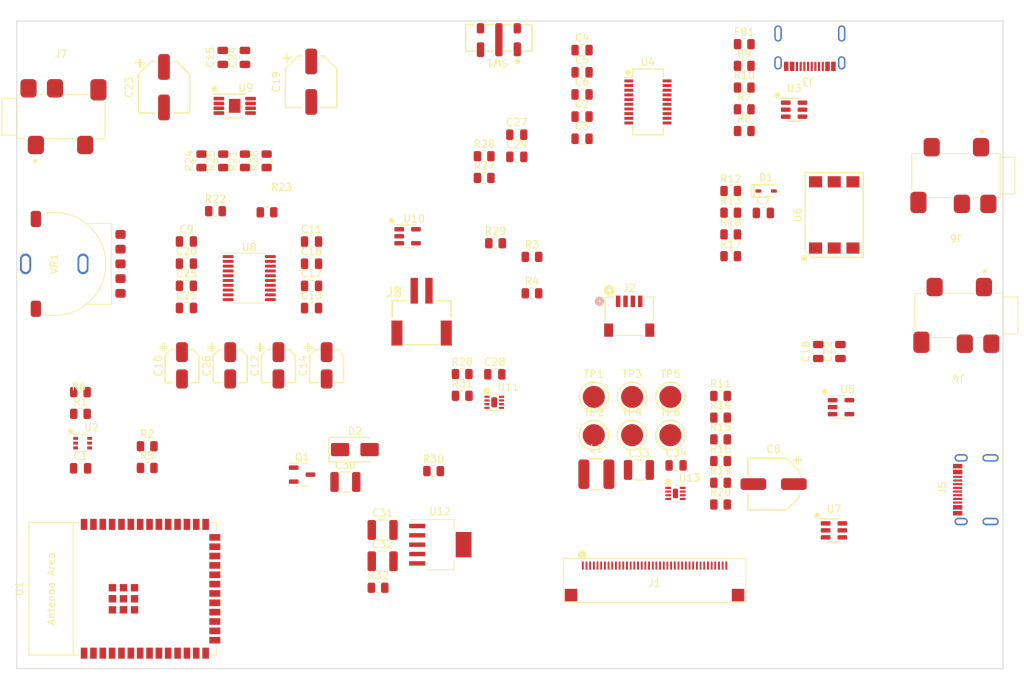
<source format=kicad_pcb>
(kicad_pcb (version 20221018) (generator pcbnew)
  (layers (0 "F.Cu" signal) (31 "B.Cu" signal) (34 "B.Paste" user) (35 "F.Paste" user) (36 "B.SilkS" user "B.Silkscreen") (37 "F.SilkS" user "F.Silkscreen") (38 "B.Mask" user) (39 "F.Mask" user) (44 "Edge.Cuts" user))
  (net 0 "")
  (net 1 "GND")
  (net 2 "+5VL")
  (net 3 "LCD_INT")
  (net 4 "LCD_PWM")
  (net 5 "LCD_DE")
  (net 6 "LCD_VSYNC")
  (net 7 "LCD_HSYNC")
  (net 8 "LCD_BLEN")
  (net 9 "LCD_PCLK")
  (net 10 "LCD_B7")
  (net 11 "LCD_B6")
  (net 12 "LCD_G7")
  (net 13 "LCD_G6")
  (net 14 "LCD_G5")
  (net 15 "VBUS")
  (net 16 "+3.3V")
  (net 17 "Net-(C18-Pad1)")
  (net 18 "Net-(FB1-Pad1)")
  (net 19 "ESP32_EN")
  (net 20 "LCD_R7")
  (net 21 "LCD_R6")
  (net 22 "FTDI_~{DTR}")
  (net 23 "FTDI_~{RTS}")
  (net 24 "PCM_LRCK")
  (net 25 "USB_D-")
  (net 26 "USB_D+")
  (net 27 "UART0_RXD")
  (net 28 "UART0_TXD")
  (net 29 "PCM_DIN")
  (net 30 "PCM_BCK")
  (net 31 "I2C_SCL")
  (net 32 "I2C_SDA")
  (net 33 "Net-(D1-K)")
  (net 34 "Net-(D1-A)")
  (net 35 "Net-(J4-RING)")
  (net 38 "LCD_R5")
  (net 39 "~{USBH_5V_FAULT}")
  (net 40 "USBH_5V_ENABLE")
  (net 41 "+VSW")
  (net 42 "+BATT")
  (net 43 "Net-(U10-PROG)")
  (net 44 "CHARGE_STATE")
  (net 45 "VREG_EN")
  (net 47 "+5V")
  (net 48 "MIDI_IN")
  (net 49 "MIDI_OUT")
  (net 50 "Net-(C4-Pad1)")
  (net 51 "Net-(U8-VNEG)")
  (net 52 "Net-(U8-LDOO)")
  (net 53 "Net-(U8-CAPM)")
  (net 54 "Net-(C16-Pad1)")
  (net 55 "Net-(C22-Pad1)")
  (net 56 "Net-(C22-Pad2)")
  (net 57 "Net-(U9-BYPASS)")
  (net 58 "Net-(U9-VO1)")
  (net 59 "Net-(J7-TIP)")
  (net 60 "Net-(U9-VO2)")
  (net 61 "Net-(J7-RING)")
  (net 64 "ESP32_BOOT")
  (net 65 "Net-(U8-OUTL)")
  (net 66 "Net-(U8-OUTR)")
  (net 67 "Net-(U9-IN1-)")
  (net 68 "Net-(U9-IN2-)")
  (net 69 "Net-(C5-Pad1)")
  (net 70 "Net-(U4-3V3OUT)")
  (net 71 "Net-(C17-Pad1)")
  (net 72 "Net-(C18-Pad2)")
  (net 74 "Net-(J3-CC1)")
  (net 75 "Net-(J3-D1+)")
  (net 76 "Net-(J3-D1-)")
  (net 78 "Net-(J3-CC2)")
  (net 81 "Net-(J5-CC1)")
  (net 82 "Net-(J5-D1+)")
  (net 83 "Net-(J5-D1-)")
  (net 85 "Net-(J5-CC2)")
  (net 87 "Net-(J6-TIP)")
  (net 88 "Net-(J6-RING)")
  (net 91 "Net-(U13-SW)")
  (net 92 "Net-(R5-Pad2)")
  (net 93 "Net-(R6-Pad1)")
  (net 94 "Net-(U4-USBDM)")
  (net 95 "Net-(U4-USBDP)")
  (net 96 "Net-(R15-Pad1)")
  (net 97 "Net-(R16-Pad1)")
  (net 98 "Net-(U11-~{ALRT})")
  (net 99 "Net-(U11-QSTRT)")
  (footprint "tulipcc_footprint_lib:C_0805_2012" (layer "F.Cu") (at 67.935 -72.545)
    (fp_text reference "C27" (at 0 -1.68) (layer "F.SilkS"))
    (fp_text value "4.7uF")
    (pad "1" smd roundrect (at -0.95 0) (size 1 1.45) (layers "F.Cu" "F.Paste" "F.Mask") (net 41 "+VSW"))
    (pad "2" smd roundrect (at 0.95 0) (size 1 1.45) (layers "F.Cu" "F.Paste" "F.Mask") (net 1 "GND"))
  )
  (footprint "tulipcc_footprint_lib:C_0805_2012" (layer "F.Cu") (at 31 -83.05 90)
    (fp_text reference "C24" (at 0 -1.68 90) (layer "F.SilkS"))
    (fp_text value "0.1uF")
    (pad "1" smd roundrect (at -0.95 0 90) (size 1 1.45) (layers "F.Cu" "F.Paste" "F.Mask") (net 57 "Net-(U9-BYPASS)"))
    (pad "2" smd roundrect (at 0.95 0 90) (size 1 1.45) (layers "F.Cu" "F.Paste" "F.Mask") (net 1 "GND"))
  )
  (footprint "tulipcc_footprint_lib:C_0805_2012" (layer "F.Cu") (at 40.05 -49)
    (fp_text reference "C13" (at 0 -1.68) (layer "F.SilkS"))
    (fp_text value "0.1uF")
    (pad "1" smd roundrect (at -0.95 0) (size 1 1.45) (layers "F.Cu" "F.Paste" "F.Mask") (net 16 "+3.3V"))
    (pad "2" smd roundrect (at 0.95 0) (size 1 1.45) (layers "F.Cu" "F.Paste" "F.Mask") (net 1 "GND"))
  )
  (footprint "tulipcc_footprint_lib:C_0805_2012" (layer "F.Cu") (at 89.575 -27.62)
    (fp_text reference "C34" (at 0 -1.68) (layer "F.SilkS"))
    (fp_text value "4.7uF")
    (pad "1" smd roundrect (at -0.95 0) (size 1 1.45) (layers "F.Cu" "F.Paste" "F.Mask") (net 41 "+VSW"))
    (pad "2" smd roundrect (at 0.95 0) (size 1 1.45) (layers "F.Cu" "F.Paste" "F.Mask") (net 1 "GND"))
  )
  (footprint "tulipcc_footprint_lib:R_0805_2012" (layer "F.Cu") (at 70 -51)
    (fp_text reference "R4" (at 0 -1.65) (layer "F.SilkS"))
    (fp_text value "2.4K")
    (pad "1" smd roundrect (at -0.9125 0) (size 1.025 1.4) (layers "F.Cu" "F.Paste" "F.Mask") (roundrect_rratio 0.243902) (net 32 "I2C_SDA"))
    (pad "2" smd roundrect (at 0.9125 0) (size 1.025 1.4) (layers "F.Cu" "F.Paste" "F.Mask") (roundrect_rratio 0.243902) (net 16 "+3.3V"))
  )
  (footprint "tulipcc_footprint_lib:ALPS_RK10J12R0A0B" (layer "F.Cu") (at 5.1 -55 90)
    (fp_text reference "VR1" (at 0 0 90 unlocked) (layer "F.SilkS"))
    (fp_text value "RK10J12R0A0B")
    (pad "" smd roundrect (at -6.1 -2.5 90) (size 2.2 1.4) (layers "F.Cu" "F.Paste" "F.Mask"))
    (pad "" thru_hole oval (at 0 -3.9 90) (size 2.8 1.5) (drill oval 2.2 1) (layers "*.Cu" "*.Mask"))
    (pad "" thru_hole oval (at 0 3.9 90) (size 2.8 1.5) (drill oval 2.2 1) (layers "*.Cu" "*.Mask"))
    (pad "" smd roundrect (at 6.1 -2.5 90) (size 2.2 1.4) (layers "F.Cu" "F.Paste" "F.Mask"))
    (pad "1" smd roundrect (at -4 9 90) (size 1.2 1.4) (layers "F.Cu" "F.Paste" "F.Mask") (net 1 "GND"))
    (pad "2" smd roundrect (at -2 9 90) (size 1.2 1.4) (layers "F.Cu" "F.Paste" "F.Mask") (net 72 "Net-(C18-Pad2)"))
    (pad "3" smd roundrect (at 0 9 90) (size 1.2 1.4) (layers "F.Cu" "F.Paste" "F.Mask") (net 56 "Net-(C22-Pad2)"))
    (pad "4" smd roundrect (at 2 9 90) (size 1.2 1.4) (layers "F.Cu" "F.Paste" "F.Mask") (net 54 "Net-(C16-Pad1)"))
    (pad "5" smd roundrect (at 4 9 90) (size 1.2 1.4) (layers "F.Cu" "F.Paste" "F.Mask") (net 71 "Net-(C17-Pad1)"))
  )
  (footprint "tulipcc_footprint_lib:SOT-23-5" (layer "F.Cu") (at 111.975 -35.534)
    (fp_text reference "U5" (at 0.9 -2.4) (layer "F.SilkS"))
    (fp_text value "MIC2005A-2YM5-TR")
    (pad "1" smd roundrect (at -1.1375 -0.95) (size 1.325 0.6) (layers "F.Cu" "F.Paste" "F.Mask") (net 47 "+5V"))
    (pad "2" smd roundrect (at -1.1375 0) (size 1.325 0.6) (layers "F.Cu" "F.Paste" "F.Mask") (net 1 "GND"))
    (pad "3" smd roundrect (at -1.1375 0.95) (size 1.325 0.6) (layers "F.Cu" "F.Paste" "F.Mask") (net 40 "USBH_5V_ENABLE"))
    (pad "4" smd roundrect (at 1.1375 0.95) (size 1.325 0.6) (layers "F.Cu" "F.Paste" "F.Mask") (net 39 "~{USBH_5V_FAULT}"))
    (pad "5" smd roundrect (at 1.1375 -0.95) (size 1.325 0.6) (layers "F.Cu" "F.Paste" "F.Mask") (net 2 "+5VL"))
  )
  (footprint "tulipcc_footprint_lib:IND_VD_IFSC-1515AH-01" (layer "F.Cu") (at 78.75 -26.425)
    (fp_text reference "L1" (at 0 -3.5 unlocked) (layer "F.SilkS"))
    (fp_text value "1uH")
    (pad "1" smd roundrect (at -1.7 0 90) (size 4 1.5) (layers "F.Cu" "F.Paste" "F.Mask") (net 41 "+VSW"))
    (pad "2" smd roundrect (at 1.7 0 90) (size 4 1.5) (layers "F.Cu" "F.Paste" "F.Mask") (net 91 "Net-(U13-SW)"))
  )
  (footprint "tulipcc_footprint_lib:R_0805_2012" (layer "F.Cu") (at 63.505 -66.675)
    (fp_text reference "R27" (at 0 -1.65) (layer "F.SilkS"))
    (fp_text value "10K")
    (pad "1" smd roundrect (at -0.9125 0) (size 1.025 1.4) (layers "F.Cu" "F.Paste" "F.Mask") (roundrect_rratio 0.243902) (net 44 "CHARGE_STATE"))
    (pad "2" smd roundrect (at 0.9125 0) (size 1.025 1.4) (layers "F.Cu" "F.Paste" "F.Mask") (roundrect_rratio 0.243902) (net 16 "+3.3V"))
  )
  (footprint "tulipcc_footprint_lib:R_0805_2012" (layer "F.Cu") (at 28.05 -69 90)
    (fp_text reference "R25" (at 0 -1.65 90) (layer "F.SilkS"))
    (fp_text value "22K")
    (pad "1" smd roundrect (at -0.9125 0 90) (size 1.025 1.4) (layers "F.Cu" "F.Paste" "F.Mask") (roundrect_rratio 0.243902) (net 68 "Net-(U9-IN2-)"))
    (pad "2" smd roundrect (at 0.9125 0 90) (size 1.025 1.4) (layers "F.Cu" "F.Paste" "F.Mask") (roundrect_rratio 0.243902) (net 55 "Net-(C22-Pad1)"))
  )
  (footprint "tulipcc_footprint_lib:CAP_WE_865060345007" (layer "F.Cu") (at 102.825 -25.084)
    (fp_text reference "C8" (at 0 -4.75 unlocked) (layer "F.SilkS"))
    (fp_text value "220uF")
    (pad "1" smd roundrect (at 2.75 0) (size 3.5 1.6) (layers "F.Cu" "F.Paste" "F.Mask") (net 2 "+5VL"))
    (pad "2" smd roundrect (at -2.75 0) (size 3.5 1.6) (layers "F.Cu" "F.Paste" "F.Mask") (net 1 "GND"))
  )
  (footprint "tulipcc_footprint_lib:C_0805_2012" (layer "F.Cu") (at 76.8 -75.01)
    (fp_text reference "C2" (at 0 -1.68) (layer "F.SilkS"))
    (fp_text value "0.1uF")
    (pad "1" smd roundrect (at -0.95 0) (size 1 1.45) (layers "F.Cu" "F.Paste" "F.Mask") (net 15 "VBUS"))
    (pad "2" smd roundrect (at 0.95 0) (size 1 1.45) (layers "F.Cu" "F.Paste" "F.Mask") (net 1 "GND"))
  )
  (footprint "tulipcc_footprint_lib:TEST_POINT" (layer "F.Cu") (at 78.4 -31.725)
    (fp_text reference "TP2" (at 0 -3.1 unlocked) (layer "F.SilkS"))
    (fp_text value "PCB Test Point")
    (pad "1" smd circle (at 0 0) (size 3 3) (layers "F.Cu" "F.Mask") (net 42 "+BATT"))
  )
  (footprint "tulipcc_footprint_lib:CK_JS102011JAQN" (layer "F.Cu") (at 65.5 -85.7 180)
    (fp_text reference "SW1" (at 0.2 -3.4 180 unlocked) (layer "F.SilkS"))
    (fp_text value "JS102011JAQN")
    (pad "" np_thru_hole circle (at -3.4 0 180) (size 0.9 0.9) (drill 1.1) (layers "F&B.Cu" "*.Mask"))
    (pad "" smd roundrect (at -2.5 1.3 180) (size 1 1.4) (layers "F.Cu" "F.Paste" "F.Mask"))
    (pad "" smd roundrect (at 2.5 1.3 180) (size 1 1.4) (layers "F.Cu" "F.Paste" "F.Mask"))
    (pad "" np_thru_hole circle (at 3.4 0 180) (size 0.9 0.9) (drill 1.1) (layers "F&B.Cu" "*.Mask"))
    (pad "1" smd roundrect (at -2.5 -1.55 180) (size 1 1.9) (layers "F.Cu" "F.Paste" "F.Mask") (net 45 "VREG_EN"))
    (pad "2" smd roundrect (at 0 -0.25 180) (size 1 4.5) (layers "F.Cu" "F.Paste" "F.Mask") (net 41 "+VSW"))
    (pad "3" smd roundrect (at 2.5 -1.6 180) (size 1 2) (layers "F.Cu" "F.Paste" "F.Mask"))
  )
  (footprint "tulipcc_footprint_lib:C_1210_3225" (layer "F.Cu") (at 49.7075 -14.6)
    (fp_text reference "C32" (at 0 -2.3) (layer "F.SilkS"))
    (fp_text value "22uF")
    (pad "1" smd roundrect (at -1.475 0) (size 1.15 2.7) (layers "F.Cu" "F.Paste" "F.Mask") (roundrect_rratio 0.217391) (net 1 "GND"))
    (pad "2" smd roundrect (at 1.475 0) (size 1.15 2.7) (layers "F.Cu" "F.Paste" "F.Mask") (roundrect_rratio 0.217391) (net 16 "+3.3V"))
  )
  (footprint "tulipcc_footprint_lib:CON_CUI_SJ2-35863B1-SMT" (layer "F.Cu") (at 6 -75)
    (fp_text reference "J7" (at 0 -8.5 unlocked) (layer "F.SilkS"))
    (fp_text value "SJ2-35863B1")
    (pad "" np_thru_hole circle (at -3 0) (size 1.1 1.1) (drill 1.1) (layers "*.Cu" "*.Mask"))
    (pad "" np_thru_hole circle (at 3 0) (size 1.1 1.1) (drill 1.1) (layers "*.Cu" "*.Mask"))
    (pad "1" smd roundrect (at -3.4 3.85) (size 2.2 2.5) (layers "F.Cu" "F.Paste" "F.Mask") (net 1 "GND"))
    (pad "2" smd roundrect (at 3.3 3.85) (size 2.2 2.5) (layers "F.Cu" "F.Paste" "F.Mask") (net 59 "Net-(J7-TIP)"))
    (pad "3" smd roundrect (at -0.8 -3.85) (size 2.2 2.5) (layers "F.Cu" "F.Paste" "F.Mask") (net 61 "Net-(J7-RING)"))
    (pad "4" smd roundrect (at -4.4 -3.85) (size 2.2 2.5) (layers "F.Cu" "F.Paste" "F.Mask"))
    (pad "10" smd roundrect (at 5.1 -3.65) (size 2.2 2.9) (layers "F.Cu" "F.Paste" "F.Mask"))
  )
  (footprint "tulipcc_footprint_lib:C_1210_3225" (layer "F.Cu") (at 84.525 -27)
    (fp_text reference "C33" (at 0 -2.3) (layer "F.SilkS"))
    (fp_text value "22uF")
    (pad "1" smd roundrect (at -1.475 0) (size 1.15 2.7) (layers "F.Cu" "F.Paste" "F.Mask") (roundrect_rratio 0.217391) (net 1 "GND"))
    (pad "2" smd roundrect (at 1.475 0) (size 1.15 2.7) (layers "F.Cu" "F.Paste" "F.Mask") (roundrect_rratio 0.217391) (net 47 "+5V"))
  )
  (footprint "tulipcc_footprint_lib:SOT-23-6" (layer "F.Cu") (at 111.025 -18.794)
    (fp_text reference "U7" (at 0 -2.9) (layer "F.SilkS"))
    (fp_text value "USBLC6-2SC6")
    (pad "1" smd roundrect (at -1.1375 -0.95) (size 1.325 0.6) (layers "F.Cu" "F.Paste" "F.Mask") (net 83 "Net-(J5-D1-)"))
    (pad "2" smd roundrect (at -1.1375 0) (size 1.325 0.6) (layers "F.Cu" "F.Paste" "F.Mask") (net 1 "GND"))
    (pad "3" smd roundrect (at -1.1375 0.95) (size 1.325 0.6) (layers "F.Cu" "F.Paste" "F.Mask") (net 82 "Net-(J5-D1+)"))
    (pad "4" smd roundrect (at 1.1375 0.95) (size 1.325 0.6) (layers "F.Cu" "F.Paste" "F.Mask") (net 96 "Net-(R15-Pad1)"))
    (pad "5" smd roundrect (at 1.1375 0) (size 1.325 0.6) (layers "F.Cu" "F.Paste" "F.Mask") (net 47 "+5V"))
    (pad "6" smd roundrect (at 1.1375 -0.95) (size 1.325 0.6) (layers "F.Cu" "F.Paste" "F.Mask") (net 97 "Net-(R16-Pad1)"))
  )
  (footprint "tulipcc_footprint_lib:TEST_POINT" (layer "F.Cu") (at 88.8 -31.725)
    (fp_text reference "TP6" (at 0 -3.1 unlocked) (layer "F.SilkS"))
    (fp_text value "PCB Test Point")
    (pad "1" smd circle (at 0 0) (size 3 3) (layers "F.Cu" "F.Mask") (net 1 "GND"))
  )
  (footprint "tulipcc_footprint_lib:R_0805_2012" (layer "F.Cu") (at 95.62 -31.159)
    (fp_text reference "R15" (at 0 -1.65) (layer "F.SilkS"))
    (fp_text value "0R")
    (pad "1" smd roundrect (at -0.9125 0) (size 1.025 1.4) (layers "F.Cu" "F.Paste" "F.Mask") (roundrect_rratio 0.243902) (net 96 "Net-(R15-Pad1)"))
    (pad "2" smd roundrect (at 0.9125 0) (size 1.025 1.4) (layers "F.Cu" "F.Paste" "F.Mask") (roundrect_rratio 0.243902) (net 26 "USB_D+"))
  )
  (footprint "tulipcc_footprint_lib:C_0805_2012" (layer "F.Cu") (at 40.05 -55.02)
    (fp_text reference "C16" (at 0 -1.68) (layer "F.SilkS"))
    (fp_text value "2.2uF")
    (pad "1" smd roundrect (at -0.95 0) (size 1 1.45) (layers "F.Cu" "F.Paste" "F.Mask") (net 54 "Net-(C16-Pad1)"))
    (pad "2" smd roundrect (at 0.95 0) (size 1 1.45) (layers "F.Cu" "F.Paste" "F.Mask") (net 1 "GND"))
  )
  (footprint "tulipcc_footprint_lib:CAP_WE_865060340001" (layer "F.Cu") (at 22.45 -41.16 90)
    (fp_text reference "C10" (at 0 -3.2 90 unlocked) (layer "F.SilkS"))
    (fp_text value "10uF")
    (pad "1" smd roundrect (at 1.85 0 90) (size 2.7 1.6) (layers "F.Cu" "F.Paste" "F.Mask") (net 16 "+3.3V"))
    (pad "2" smd roundrect (at -1.8 0 90) (size 2.6 1.6) (layers "F.Cu" "F.Paste" "F.Mask") (net 1 "GND"))
  )
  (footprint "tulipcc_footprint_lib:OMRON_XF2M-4015-1A" (layer "F.Cu") (at 86.65 -13.6)
    (fp_text reference "J1" (at 0 1.95) (layer "F.SilkS"))
    (fp_text value "XF2M-4015-1A")
    (pad "" smd rect (at -11.35 3.6) (size 1.7 1.7) (layers "F.Cu" "F.Paste" "F.Mask"))
    (pad "" smd rect (at 11.35 3.6) (size 1.7 1.7) (layers "F.Cu" "F.Paste" "F.Mask"))
    (pad "1" smd rect (at -9.75 -0.41) (size 0.25 1.1) (layers "F.Cu" "F.Paste" "F.Mask") (net 3 "LCD_INT"))
    (pad "2" smd rect (at -9.25 -0.41) (size 0.25 1.1) (layers "F.Cu" "F.Paste" "F.Mask"))
    (pad "3" smd rect (at -8.75 -0.41) (size 0.25 1.1) (layers "F.Cu" "F.Paste" "F.Mask") (net 31 "I2C_SCL"))
    (pad "4" smd rect (at -8.25 -0.41) (size 0.25 1.1) (layers "F.Cu" "F.Paste" "F.Mask") (net 32 "I2C_SDA"))
    (pad "5" smd rect (at -7.75 -0.41) (size 0.25 1.1) (layers "F.Cu" "F.Paste" "F.Mask") (net 1 "GND"))
    (pad "6" smd rect (at -7.25 -0.41) (size 0.25 1.1) (layers "F.Cu" "F.Paste" "F.Mask") (net 4 "LCD_PWM"))
    (pad "7" smd rect (at -6.75 -0.41) (size 0.25 1.1) (layers "F.Cu" "F.Paste" "F.Mask") (net 5 "LCD_DE"))
    (pad "8" smd rect (at -6.25 -0.41) (size 0.25 1.1) (layers "F.Cu" "F.Paste" "F.Mask") (net 6 "LCD_VSYNC"))
    (pad "9" smd rect (at -5.75 -0.41) (size 0.25 1.1) (layers "F.Cu" "F.Paste" "F.Mask") (net 7 "LCD_HSYNC"))
    (pad "10" smd rect (at -5.25 -0.41) (size 0.25 1.1) (layers "F.Cu" "F.Paste" "F.Mask") (net 8 "LCD_BLEN"))
    (pad "11" smd rect (at -4.75 -0.41) (size 0.25 1.1) (layers "F.Cu" "F.Paste" "F.Mask") (net 9 "LCD_PCLK"))
    (pad "12" smd rect (at -4.25 -0.41) (size 0.25 1.1) (layers "F.Cu" "F.Paste" "F.Mask") (net 1 "GND"))
    (pad "13" smd rect (at -3.75 -0.41) (size 0.25 1.1) (layers "F.Cu" "F.Paste" "F.Mask") (net 10 "LCD_B7"))
    (pad "14" smd rect (at -3.25 -0.41) (size 0.25 1.1) (layers "F.Cu" "F.Paste" "F.Mask") (net 11 "LCD_B6"))
    (pad "15" smd rect (at -2.75 -0.41) (size 0.25 1.1) (layers "F.Cu" "F.Paste" "F.Mask") (net 1 "GND"))
    (pad "16" smd rect (at -2.25 -0.41) (size 0.25 1.1) (layers "F.Cu" "F.Paste" "F.Mask") (net 1 "GND"))
    (pad "17" smd rect (at -1.75 -0.41) (size 0.25 1.1) (layers "F.Cu" "F.Paste" "F.Mask") (net 1 "GND"))
    (pad "18" smd rect (at -1.25 -0.41) (size 0.25 1.1) (layers "F.Cu" "F.Paste" "F.Mask") (net 1 "GND"))
    (pad "19" smd rect (at -0.75 -0.41) (size 0.25 1.1) (layers "F.Cu" "F.Paste" "F.Mask") (net 1 "GND"))
    (pad "20" smd rect (at -0.25 -0.41) (size 0.25 1.1) (layers "F.Cu" "F.Paste" "F.Mask") (net 1 "GND"))
    (pad "21" smd rect (at 0.25 -0.41) (size 0.25 1.1) (layers "F.Cu" "F.Paste" "F.Mask") (net 12 "LCD_G7"))
    (pad "22" smd rect (at 0.75 -0.41) (size 0.25 1.1) (layers "F.Cu" "F.Paste" "F.Mask") (net 13 "LCD_G6"))
    (pad "23" smd rect (at 1.25 -0.41) (size 0.25 1.1) (layers "F.Cu" "F.Paste" "F.Mask") (net 14 "LCD_G5"))
    (pad "24" smd rect (at 1.75 -0.41) (size 0.25 1.1) (layers "F.Cu" "F.Paste" "F.Mask") (net 1 "GND"))
    (pad "25" smd rect (at 2.25 -0.41) (size 0.25 1.1) (layers "F.Cu" "F.Paste" "F.Mask") (net 1 "GND"))
    (pad "26" smd rect (at 2.75 -0.41) (size 0.25 1.1) (layers "F.Cu" "F.Paste" "F.Mask") (net 1 "GND"))
    (pad "27" smd rect (at 3.25 -0.41) (size 0.25 1.1) (layers "F.Cu" "F.Paste" "F.Mask") (net 1 "GND"))
    (pad "28" smd rect (at 3.75 -0.41) (size 0.25 1.1) (layers "F.Cu" "F.Paste" "F.Mask") (net 1 "GND"))
    (pad "29" smd rect (at 4.25 -0.41) (size 0.25 1.1) (layers "F.Cu" "F.Paste" "F.Mask") (net 20 "LCD_R7"))
    (pad "30" smd rect (at 4.75 -0.41) (size 0.25 1.1) (layers "F.Cu" "F.Paste" "F.Mask") (net 21 "LCD_R6"))
    (pad "31" smd rect (at 5.25 -0.41) (size 0.25 1.1) (layers "F.Cu" "F.Paste" "F.Mask") (net 38 "LCD_R5"))
    (pad "32" smd rect (at 5.75 -0.41) (size 0.25 1.1) (layers "F.Cu" "F.Paste" "F.Mask") (net 1 "GND"))
    (pad "33" smd rect (at 6.25 -0.41) (size 0.25 1.1) (layers "F.Cu" "F.Paste" "F.Mask") (net 1 "GND"))
    (pad "34" smd rect (at 6.75 -0.41) (size 0.25 1.1) (layers "F.Cu" "F.Paste" "F.Mask") (net 1 "GND"))
    (pad "35" smd rect (at 7.25 -0.41) (size 0.25 1.1) (layers "F.Cu" "F.Paste" "F.Mask") (net 1 "GND"))
    (pad "36" smd rect (at 7.75 -0.41) (size 0.25 1.1) (layers "F.Cu" "F.Paste" "F.Mask") (net 1 "GND"))
    (pad "37" smd rect (at 8.25 -0.41) (size 0.25 1.1) (layers "F.Cu" "F.Paste" "F.Mask") (net 16 "+3.3V"))
    (pad "38" smd rect (at 8.75 -0.41) (size 0.25 1.1) (layers "F.Cu" "F.Paste" "F.Mask") (net 1 "GND"))
    (pad "39" smd rect (at 9.25 -0.41) (size 0.25 1.1) (layers "F.Cu" "F.Paste" "F.Mask") (net 47 "+5V"))
    (pad "40" smd rect (at 9.75 -0.41) (size 0.25 1.1) (layers "F.Cu" "F.Paste" "F.Mask") (net 47 "+5V"))
  )
  (footprint "tulipcc_footprint_lib:R_0805_2012" (layer "F.Cu") (at 97 -64.9)
    (fp_text reference "R12" (at 0 -1.65) (layer "F.SilkS"))
    (fp_text value "220R")
    (pad "1" smd roundrect (at -0.9125 0) (size 1.025 1.4) (layers "F.Cu" "F.Paste" "F.Mask") (roundrect_rratio 0.243902) (net 35 "Net-(J4-RING)"))
    (pad "2" smd roundrect (at 0.9125 0) (size 1.025 1.4) (layers "F.Cu" "F.Paste" "F.Mask") (roundrect_rratio 0.243902) (net 33 "Net-(D1-K)"))
  )
  (footprint "tulipcc_footprint_lib:HVSSOP-8-1EP_3x3mm_P0.65mm_EP1.57x1.89mm" (layer "F.Cu") (at 29.61 -76.47)
    (fp_text reference "U9" (at 1.5 -2.45) (layer "F.SilkS"))
    (fp_text value "TPA6110A2DGN")
    (pad "1" smd roundrect (at -2.15 -0.975) (size 1.45 0.5) (layers "F.Cu" "F.Paste" "F.Mask") (net 57 "Net-(U9-BYPASS)"))
    (pad "2" smd roundrect (at -2.15 -0.325) (size 1.45 0.5) (layers "F.Cu" "F.Paste" "F.Mask") (net 1 "GND"))
    (pad "3" smd roundrect (at -2.15 0.325) (size 1.45 0.5) (layers "F.Cu" "F.Paste" "F.Mask") (net 1 "GND"))
    (pad "4" smd roundrect (at -2.15 0.975) (size 1.45 0.5) (layers "F.Cu" "F.Paste" "F.Mask") (net 68 "Net-(U9-IN2-)"))
    (pad "5" smd roundrect (at 2.15 0.975) (size 1.45 0.5) (layers "F.Cu" "F.Paste" "F.Mask") (net 60 "Net-(U9-VO2)"))
    (pad "6" smd roundrect (at 2.15 0.325) (size 1.45 0.5) (layers "F.Cu" "F.Paste" "F.Mask") (net 16 "+3.3V"))
    (pad "7" smd roundrect (at 2.15 -0.325) (size 1.45 0.5) (layers "F.Cu" "F.Paste" "F.Mask") (net 58 "Net-(U9-VO1)"))
    (pad "8" smd roundrect (at 2.15 -0.975) (size 1.45 0.5) (layers "F.Cu" "F.Paste" "F.Mask") (net 67 "Net-(U9-IN1-)"))
    (pad "9" smd rect (at 0 0) (size 1.57 1.89) (layers "F.Cu" "F.Mask") (net 1 "GND"))
  )
  (footprint "tulipcc_footprint_lib:C_0805_2012" (layer "F.Cu") (at 23.05 -49.01)
    (fp_text reference "C21" (at 0 -1.68) (layer "F.SilkS"))
    (fp_text value "2.2uF")
    (pad "1" smd roundrect (at -0.95 0) (size 1 1.45) (layers "F.Cu" "F.Paste" "F.Mask") (net 53 "Net-(U8-CAPM)"))
    (pad "2" smd roundrect (at 0.95 0) (size 1 1.45) (layers "F.Cu" "F.Paste" "F.Mask") (net 1 "GND"))
  )
  (footprint "tulipcc_footprint_lib:ESP32-S3-WROOM-2" (layer "F.Cu") (at 17.41 -10.86 90)
    (fp_text reference "U1" (at 0 -17.05 90) (layer "F.SilkS"))
    (fp_text value "ESP32-S3-WROOM-2-N32R8V")
    (fp_text user "Antenna Area" (at 0 -12.75 90) (layer "F.SilkS"))
    (pad "1" smd rect (at -8.75 -8.26 90) (size 1.5 0.9) (layers "F.Cu" "F.Paste" "F.Mask") (net 1 "GND"))
    (pad "2" smd rect (at -8.75 -6.99 90) (size 1.5 0.9) (layers "F.Cu" "F.Paste" "F.Mask") (net 16 "+3.3V"))
    (pad "3" smd rect (at -8.75 -5.72 90) (size 1.5 0.9) (layers "F.Cu" "F.Paste" "F.Mask") (net 19 "ESP32_EN"))
    (pad "4" smd rect (at -8.75 -4.45 90) (size 1.5 0.9) (layers "F.Cu" "F.Paste" "F.Mask") (net 24 "PCM_LRCK"))
    (pad "5" smd rect (at -8.75 -3.18 90) (size 1.5 0.9) (layers "F.Cu" "F.Paste" "F.Mask") (net 3 "LCD_INT"))
    (pad "6" smd rect (at -8.75 -1.91 90) (size 1.5 0.9) (layers "F.Cu" "F.Paste" "F.Mask") (net 38 "LCD_R5"))
    (pad "7" smd rect (at -8.75 -0.64 90) (size 1.5 0.9) (layers "F.Cu" "F.Paste" "F.Mask") (net 21 "LCD_R6"))
    (pad "8" smd rect (at -8.75 0.63 90) (size 1.5 0.9) (layers "F.Cu" "F.Paste" "F.Mask") (net 20 "LCD_R7"))
    (pad "9" smd rect (at -8.75 1.9 90) (size 1.5 0.9) (layers "F.Cu" "F.Paste" "F.Mask") (net 4 "LCD_PWM"))
    (pad "10" smd rect (at -8.75 3.17 90) (size 1.5 0.9) (layers "F.Cu" "F.Paste" "F.Mask") (net 31 "I2C_SCL"))
    (pad "11" smd rect (at -8.75 4.44 90) (size 1.5 0.9) (layers "F.Cu" "F.Paste" "F.Mask") (net 32 "I2C_SDA"))
    (pad "12" smd rect (at -8.75 5.71 90) (size 1.5 0.9) (layers "F.Cu" "F.Paste" "F.Mask") (net 14 "LCD_G5"))
    (pad "13" smd rect (at -8.75 6.98 90) (size 1.5 0.9) (layers "F.Cu" "F.Paste" "F.Mask") (net 25 "USB_D-"))
    (pad "14" smd rect (at -8.75 8.25 90) (size 1.5 0.9) (layers "F.Cu" "F.Paste" "F.Mask") (net 26 "USB_D+"))
    (pad "15" smd rect (at -6.985 9.5 180) (size 1.5 0.9) (layers "F.Cu" "F.Paste" "F.Mask") (net 13 "LCD_G6"))
    (pad "16" smd rect (at -5.715 9.5 180) (size 1.5 0.9) (layers "F.Cu" "F.Paste" "F.Mask") (net 12 "LCD_G7"))
    (pad "17" smd rect (at -4.445 9.5 180) (size 1.5 0.9) (layers "F.Cu" "F.Paste" "F.Mask") (net 40 "USBH_5V_ENABLE"))
    (pad "18" smd rect (at -3.175 9.5 180) (size 1.5 0.9) (layers "F.Cu" "F.Paste" "F.Mask") (net 39 "~{USBH_5V_FAULT}"))
    (pad "19" smd rect (at -1.905 9.5 180) (size 1.5 0.9) (layers "F.Cu" "F.Paste" "F.Mask") (net 49 "MIDI_OUT"))
    (pad "20" smd rect (at -0.635 9.5 180) (size 1.5 0.9) (layers "F.Cu" "F.Paste" "F.Mask") (net 11 "LCD_B6"))
    (pad "21" smd rect (at 0.635 9.5 180) (size 1.5 0.9) (layers "F.Cu" "F.Paste" "F.Mask") (net 44 "CHARGE_STATE"))
    (pad "22" smd rect (at 1.905 9.5 180) (size 1.5 0.9) (layers "F.Cu" "F.Paste" "F.Mask") (net 9 "LCD_PCLK"))
    (pad "23" smd rect (at 3.175 9.5 180) (size 1.5 0.9) (layers "F.Cu" "F.Paste" "F.Mask") (net 10 "LCD_B7"))
    (pad "24" smd rect (at 4.445 9.5 180) (size 1.5 0.9) (layers "F.Cu" "F.Paste" "F.Mask") (net 48 "MIDI_IN"))
    (pad "25" smd rect (at 5.715 9.5 180) (size 1.5 0.9) (layers "F.Cu" "F.Paste" "F.Mask"))
    (pad "26" smd rect (at 6.985 9.5 180) (size 1.5 0.9) (layers "F.Cu" "F.Paste" "F.Mask"))
    (pad "27" smd rect (at 8.75 8.25 270) (size 1.5 0.9) (layers "F.Cu" "F.Paste" "F.Mask") (net 64 "ESP32_BOOT"))
    (pad "28" smd rect (at 8.75 6.98 270) (size 1.5 0.9) (layers "F.Cu" "F.Paste" "F.Mask"))
    (pad "29" smd rect (at 8.75 5.71 270) (size 1.5 0.9) (layers "F.Cu" "F.Paste" "F.Mask"))
    (pad "30" smd rect (at 8.75 4.44 270) (size 1.5 0.9) (layers "F.Cu" "F.Paste" "F.Mask"))
    (pad "31" smd rect (at 8.75 3.17 270) (size 1.5 0.9) (layers "F.Cu" "F.Paste" "F.Mask"))
    (pad "32" smd rect (at 8.75 1.9 270) (size 1.5 0.9) (layers "F.Cu" "F.Paste" "F.Mask") (net 8 "LCD_BLEN"))
    (pad "33" smd rect (at 8.75 0.63 270) (size 1.5 0.9) (layers "F.Cu" "F.Paste" "F.Mask") (net 7 "LCD_HSYNC"))
    (pad "34" smd rect (at 8.75 -0.64 270) (size 1.5 0.9) (layers "F.Cu" "F.Paste" "F.Mask") (net 6 "LCD_VSYNC"))
    (pad "35" smd rect (at 8.75 -1.91 270) (size 1.5 0.9) (layers "F.Cu" "F.Paste" "F.Mask") (net 5 "LCD_DE"))
    (pad "36" smd rect (at 8.75 -3.18 270) (size 1.5 0.9) (layers "F.Cu" "F.Paste" "F.Mask") (net 27 "UART0_RXD"))
    (pad "37" smd rect (at 8.75 -4.45 270) (size 1.5 0.9) (layers "F.Cu" "F.Paste" "F.Mask") (net 28 "UART0_TXD"))
    (pad "38" smd rect (at 8.75 -5.72 270) (size 1.5 0.9) (layers "F.Cu" "F.Paste" "F.Mask") (net 29 "PCM_DIN"))
    (pad "39" smd rect (at 8.75 -6.99 270) (size 1.5 0.9) (layers "F.Cu" "F.Paste" "F.Mask") (net 30 "PCM_BCK"))
    (pad "40" smd rect (at 8.75 -8.26 270) (size 1.5 0.9) (layers "F.Cu" "F.Paste" "F.Mask") (net 1 "GND"))
    (pad "41" smd rect (at -2.86 -4.41 270) (size 1 1) (layers "F.Cu" "F.Paste" "F.Mask") (net 1 "GND"))
    (pad "41" smd rect (at -2.86 -2.91 270) (size 1 1) (layers "F.Cu" "F.Paste" "F.Mask") (net 1 "GND"))
    (pad "41" smd rect (at -2.86 -2.91 270) (size 1 1) (layers "F.Cu" "F.Paste" "F.Mask") (net 1 "GND"))
    (pad "41" smd rect (at -2.86 -1.41 270) (size 1 1) (layers "F.Cu" "F.Paste" "F.Mask") (net 1 "GND"))
    (pad "41" smd rect (at -1.36 -4.41 270) (size 1 1) (layers "F.Cu" "F.Paste" "F.Mask") (net 1 "GND"))
    (pad "41" smd rect (at -1.36 -4.41 270) (size 1 1) (layers "F.Cu" "F.Paste" "F.Mask") (net 1 "GND"))
    (pad "41" smd rect (at -1.36 -2.91 270) (size 1 1) (layers "F.Cu" "F.Paste" "F.Mask") (net 1 "GND"))
    (pad "41" smd rect (at -1.36 -1.41 270) (size 1 1) (layers "F.Cu" "F.Paste" "F.Mask") (net 1 "GND"))
    (pad "41" smd rect (at 0.14 -4.41 270) (size 1 1) (layers "F.Cu" "F.Paste" "F.Mask") (net 1 "GND"))
    (pad "41" smd rect (at 0.14 -2.91 270) (size 1 1) (layers "F.Cu" "F.Paste" "F.Mask") (net 1 "GND"))
    (pad "41" smd rect (at 0.14 -1.41 270) (size 1 1) (layers "F.Cu" "F.Paste" "F.Mask") (net 1 "GND"))
  )
  (footprint "tulipcc_footprint_lib:SOT-23-6" (layer "F.Cu") (at 105.6125 -75.95)
    (fp_text reference "U3" (at 0 -2.9) (layer "F.SilkS"))
    (fp_text value "USBLC6-2SC6")
    (pad "1" smd roundrect (at -1.1375 -0.95) (size 1.325 0.6) (layers "F.Cu" "F.Paste" "F.Mask") (net 76 "Net-(J3-D1-)"))
    (pad "2" smd roundrect (at -1.1375 0) (size 1.325 0.6) (layers "F.Cu" "F.Paste" "F.Mask") (net 1 "GND"))
    (pad "3" smd roundrect (at -1.1375 0.95) (size 1.325 0.6) (layers "F.Cu" "F.Paste" "F.Mask") (net 75 "Net-(J3-D1+)"))
    (pad "4" smd roundrect (at 1.1375 0.95) (size 1.325 0.6) (layers "F.Cu" "F.Paste" "F.Mask") (net 50 "Net-(C4-Pad1)"))
    (pad "5" smd roundrect (at 1.1375 0) (size 1.325 0.6) (layers "F.Cu" "F.Paste" "F.Mask") (net 15 "VBUS"))
    (pad "6" smd roundrect (at 1.1375 -0.95) (size 1.325 0.6) (layers "F.Cu" "F.Paste" "F.Mask") (net 69 "Net-(C5-Pad1)"))
  )
  (footprint "tulipcc_footprint_lib:R_0805_2012" (layer "F.Cu") (at 97 -59)
    (fp_text reference "R18" (at 0 -1.65) (layer "F.SilkS"))
    (fp_text value "10R")
    (pad "1" smd roundrect (at -0.9125 0) (size 1.025 1.4) (layers "F.Cu" "F.Paste" "F.Mask") (roundrect_rratio 0.243902) (net 87 "Net-(J6-TIP)"))
    (pad "2" smd roundrect (at 0.9125 0) (size 1.025 1.4) (layers "F.Cu" "F.Paste" "F.Mask") (roundrect_rratio 0.243902) (net 49 "MIDI_OUT"))
  )
  (footprint "tulipcc_footprint_lib:TE_17348272" (layer "F.Cu") (at 55 -47)
    (fp_text reference "J8" (at -3.765 -4.145) (layer "F.SilkS") (effects (font (size 1.27 1.27) (thickness 0.254))))
    (fp_text value "1734827-2" hide)
    (pad "" smd rect (at -3.35 1.4) (size 1.5 3.4) (layers "F.Cu" "F.Paste" "F.Mask"))
    (pad "" smd rect (at 3.35 1.4) (size 1.5 3.4) (layers "F.Cu" "F.Paste" "F.Mask"))
    (pad "1" smd rect (at -1 -4.35) (size 1 3.5) (layers "F.Cu" "F.Paste" "F.Mask") (net 1 "GND"))
    (pad "2" smd rect (at 1 -4.35) (size 1 3.5) (layers "F.Cu" "F.Paste" "F.Mask") (net 42 "+BATT"))
  )
  (footprint "tulipcc_footprint_lib:R_0805_2012" (layer "F.Cu") (at 27 -62.16)
    (fp_text reference "R22" (at 0 -1.65) (layer "F.SilkS"))
    (fp_text value "470R")
    (pad "1" smd roundrect (at -0.9125 0) (size 1.025 1.4) (layers "F.Cu" "F.Paste" "F.Mask") (roundrect_rratio 0.243902) (net 65 "Net-(U8-OUTL)"))
    (pad "2" smd roundrect (at 0.9125 0) (size 1.025 1.4) (layers "F.Cu" "F.Paste" "F.Mask") (roundrect_rratio 0.243902) (net 71 "Net-(C17-Pad1)"))
  )
  (footprint "tulipcc_footprint_lib:C_0805_2012" (layer "F.Cu") (at 67.935 -69.535)
    (fp_text reference "C29" (at 0 -1.68) (layer "F.SilkS"))
    (fp_text value "4.7uF")
    (pad "1" smd roundrect (at -0.95 0) (size 1 1.45) (layers "F.Cu" "F.Paste" "F.Mask") (net 42 "+BATT"))
    (pad "2" smd roundrect (at 0.95 0) (size 1 1.45) (layers "F.Cu" "F.Paste" "F.Mask") (net 1 "GND"))
  )
  (footprint "tulipcc_footprint_lib:C_0805_2012" (layer "F.Cu") (at 64.95 -40)
    (fp_text reference "C28" (at 0 -1.68) (layer "F.SilkS"))
    (fp_text value "0.1uF")
    (pad "1" smd roundrect (at -0.95 0) (size 1 1.45) (layers "F.Cu" "F.Paste" "F.Mask") (net 42 "+BATT"))
    (pad "2" smd roundrect (at 0.95 0) (size 1 1.45) (layers "F.Cu" "F.Paste" "F.Mask") (net 1 "GND"))
  )
  (footprint "tulipcc_footprint_lib:USB-C_Molex_217179-0001" (layer "F.Cu") (at 107.75 -85 180)
    (fp_text reference "J3" (at 0.25 -5.25 180 unlocked) (layer "F.SilkS"))
    (fp_text value "217179-0001")
    (pad "A1" smd rect (at -3.2 -3.171 180) (size 0.6 1.24) (layers "F.Cu" "F.Paste" "F.Mask") (net 1 "GND"))
    (pad "A4" smd rect (at -2.4 -3.171 180) (size 0.6 1.24) (layers "F.Cu" "F.Paste" "F.Mask") (net 18 "Net-(FB1-Pad1)"))
    (pad "A5" smd rect (at -1.25 -3.171 180) (size 0.3 1.24) (layers "F.Cu" "F.Paste" "F.Mask") (net 74 "Net-(J3-CC1)"))
    (pad "A6" smd rect (at -0.25 -3.171 180) (size 0.3 1.24) (layers "F.Cu" "F.Paste" "F.Mask") (net 75 "Net-(J3-D1+)"))
    (pad "A7" smd rect (at 0.25 -3.171 180) (size 0.3 1.24) (layers "F.Cu" "F.Paste" "F.Mask") (net 76 "Net-(J3-D1-)"))
    (pad "A8" smd rect (at 1.25 -3.171 180) (size 0.3 1.24) (layers "F.Cu" "F.Paste" "F.Mask"))
    (pad "A9" smd rect (at 2.4 -3.171 180) (size 0.6 1.24) (layers "F.Cu" "F.Paste" "F.Mask") (net 18 "Net-(FB1-Pad1)"))
    (pad "A12" smd rect (at 3.2 -3.171 180) (size 0.6 1.24) (layers "F.Cu" "F.Paste" "F.Mask") (net 1 "GND"))
    (pad "B1" smd rect (at 3.2 -3.171 180) (size 0.6 1.24) (layers "F.Cu" "F.Paste" "F.Mask") (net 1 "GND"))
    (pad "B4" smd rect (at 2.4 -3.171 180) (size 0.6 1.24) (layers "F.Cu" "F.Paste" "F.Mask") (net 18 "Net-(FB1-Pad1)"))
    (pad "B5" smd rect (at 1.75 -3.171 180) (size 0.3 1.24) (layers "F.Cu" "F.Paste" "F.Mask") (net 78 "Net-(J3-CC2)"))
    (pad "B6" smd rect (at 0.75 -3.171 180) (size 0.3 1.24) (layers "F.Cu" "F.Paste" "F.Mask") (net 75 "Net-(J3-D1+)"))
    (pad "B7" smd rect (at -0.75 -3.171 180) (size 0.3 1.24) (layers "F.Cu" "F.Paste" "F.Mask") (net 76 "Net-(J3-D1-)"))
    (pad "B8" smd rect (at -1.75 -3.171 180) (size 0.3 1.24) (layers "F.Cu" "F.Paste" "F.Mask"))
    (pad "B9" smd rect (at -2.4 -3.171 180) (size 0.6 1.24) (layers "F.Cu" "F.Paste" "F.Mask") (net 18 "Net-(FB1-Pad1)"))
    (pad "B12" smd rect (at -3.2 -3.171 180) (size 0.6 1.24) (layers "F.Cu" "F.Paste" "F.Mask") (net 1 "GND"))
    (pad "S1" thru_hole oval (at -4.32 -2.7 180) (size 1 1.8) (drill oval 0.6 1.4) (layers "*.Cu" "*.Mask"))
    (pad "S1" thru_hole oval (at -4.32 1.3 180) (size 1 2.2) (drill oval 0.6 1.8) (layers "*.Cu" "*.Mask"))
    (pad "S1" thru_hole oval (at 4.32 -2.7 180) (size 1 1.8) (drill oval 0.6 1.4) (layers "*.Cu" "*.Mask"))
    (pad "S1" thru_hole oval (at 4.32 1.3 180) (size 1 2.2) (drill oval 0.6 1.8) (layers "*.Cu" "*.Mask"))
  )
  (footprint "tulipcc_footprint_lib:CAP_WE_865060340001" (layer "F.Cu") (at 35.55 -41.16 90)
    (fp_text reference "C12" (at 0 -3.2 90 unlocked) (layer "F.SilkS"))
    (fp_text value "10uF")
    (pad "1" smd roundrect (at 1.85 0 90) (size 2.7 1.6) (layers "F.Cu" "F.Paste" "F.Mask") (net 16 "+3.3V"))
    (pad "2" smd roundrect (at -1.8 0 90) (size 2.6 1.6) (layers "F.Cu" "F.Paste" "F.Mask") (net 1 "GND"))
  )
  (footprint "tulipcc_footprint_lib:R_0805_2012" (layer "F.Cu") (at 8.655 -34.625)
    (fp_text reference "R1" (at 0 -1.65) (layer "F.SilkS"))
    (fp_text value "10K")
    (pad "1" smd roundrect (at -0.9125 0) (size 1.025 1.4) (layers "F.Cu" "F.Paste" "F.Mask") (roundrect_rratio 0.243902) (net 19 "ESP32_EN"))
    (pad "2" smd roundrect (at 0.9125 0) (size 1.025 1.4) (layers "F.Cu" "F.Paste" "F.Mask") (roundrect_rratio 0.243902) (net 16 "+3.3V"))
  )
  (footprint "tulipcc_footprint_lib:C_0805_2012" (layer "F.Cu") (at 76.8 -84.04)
    (fp_text reference "C4" (at 0 -1.68) (layer "F.SilkS"))
    (fp_text value "47pF")
    (pad "1" smd roundrect (at -0.95 0) (size 1 1.45) (layers "F.Cu" "F.Paste" "F.Mask") (net 50 "Net-(C4-Pad1)"))
    (pad "2" smd roundrect (at 0.95 0) (size 1 1.45) (layers "F.Cu" "F.Paste" "F.Mask") (net 1 "GND"))
  )
  (footprint "tulipcc_footprint_lib:R_0805_2012" (layer "F.Cu") (at 95.62 -22.309)
    (fp_text reference "R20" (at 0 -1.65) (layer "F.SilkS"))
    (fp_text value "56K")
    (pad "1" smd roundrect (at -0.9125 0) (size 1.025 1.4) (layers "F.Cu" "F.Paste" "F.Mask") (roundrect_rratio 0.243902) (net 85 "Net-(J5-CC2)"))
    (pad "2" smd roundrect (at 0.9125 0) (size 1.025 1.4) (layers "F.Cu" "F.Paste" "F.Mask") (roundrect_rratio 0.243902) (net 2 "+5VL"))
  )
  (footprint "tulipcc_footprint_lib:UDFN-8-1EP_2x2mm_P0.5mm_EP0.7x1.3mm_1" (layer "F.Cu") (at 89.495 -23.815)
    (fp_text reference "U13" (at 1.9 -2.1) (layer "F.SilkS"))
    (fp_text value "MIC2875-5.0YMT")
    (pad "1" smd roundrect (at -0.9875 -0.75) (size 0.8 0.3) (layers "F.Cu" "F.Paste" "F.Mask") (net 91 "Net-(U13-SW)"))
    (pad "2" smd roundrect (at -0.9875 -0.25) (size 0.8 0.3) (layers "F.Cu" "F.Paste" "F.Mask") (net 1 "GND"))
    (pad "3" smd roundrect (at -0.9875 0.25) (size 0.8 0.3) (layers "F.Cu" "F.Paste" "F.Mask") (net 41 "+VSW"))
    (pad "4" smd roundrect (at -0.9875 0.75) (size 0.8 0.3) (layers "F.Cu" "F.Paste" "F.Mask") (net 1 "GND"))
    (pad "5" smd roundrect (at 0.9875 0.75) (size 0.8 0.3) (layers "F.Cu" "F.Paste" "F.Mask") (net 47 "+5V"))
    (pad "6" smd roundrect (at 0.9875 0.25) (size 0.8 0.3) (layers "F.Cu" "F.Paste" "F.Mask") (net 45 "VREG_EN"))
    (pad "7" smd roundrect (at 0.9875 -0.25) (size 0.8 0.3) (layers "F.Cu" "F.Paste" "F.Mask") (net 1 "GND"))
    (pad "8" smd roundrect (at 0.9875 -0.75) (size 0.8 0.3) (layers "F.Cu" "F.Paste" "F.Mask") (net 47 "+5V"))
    (pad "9" smd roundrect (at 0 0) (size 0.7 1.3) (layers "F.Cu" "F.Mask") (net 1 "GND"))
  )
  (footprint "tulipcc_footprint_lib:R_0805_2012" (layer "F.Cu") (at 33.95 -69 90)
    (fp_text reference "R26" (at 0 -1.65 90) (layer "F.SilkS"))
    (fp_text value "33K")
    (pad "1" smd roundrect (at -0.9125 0 90) (size 1.025 1.4) (layers "F.Cu" "F.Paste" "F.Mask") (roundrect_rratio 0.243902) (net 68 "Net-(U9-IN2-)"))
    (pad "2" smd roundrect (at 0.9125 0 90) (size 1.025 1.4) (layers "F.Cu" "F.Paste" "F.Mask") (roundrect_rratio 0.243902) (net 60 "Net-(U9-VO2)"))
  )
  (footprint "tulipcc_footprint_lib:CAP_WE_865060345007" (layer "F.Cu") (at 40 -79.75 90)
    (fp_text reference "C19" (at 0 -4.75 90 unlocked) (layer "F.SilkS"))
    (fp_text value "220uF")
    (pad "1" smd roundrect (at 2.75 0 90) (size 3.5 1.6) (layers "F.Cu" "F.Paste" "F.Mask") (net 58 "Net-(U9-VO1)"))
    (pad "2" smd roundrect (at -2.75 0 90) (size 3.5 1.6) (layers "F.Cu" "F.Paste" "F.Mask") (net 59 "Net-(J7-TIP)"))
  )
  (footprint "tulipcc_footprint_lib:SOT-23-3" (layer "F.Cu") (at 38.77 -26.37)
    (fp_text reference "Q1" (at 0 -2.4) (layer "F.SilkS"))
    (fp_text value "DMP3099L")
    (pad "1" smd roundrect (at -1.1375 -0.95) (size 1.325 0.6) (layers "F.Cu" "F.Paste" "F.Mask") (net 15 "VBUS"))
    (pad "2" smd roundrect (at -1.1375 0.95) (size 1.325 0.6) (layers "F.Cu" "F.Paste" "F.Mask") (net 41 "+VSW"))
    (pad "3" smd roundrect (at 1.1375 0) (size 1.325 0.6) (layers "F.Cu" "F.Paste" "F.Mask") (net 42 "+BATT"))
  )
  (footprint "tulipcc_footprint_lib:C_0805_2012" (layer "F.Cu") (at 27.99 -83.05 90)
    (fp_text reference "C15" (at 0 -1.68 90) (layer "F.SilkS"))
    (fp_text value "0.1uF")
    (pad "1" smd roundrect (at -0.95 0 90) (size 1 1.45) (layers "F.Cu" "F.Paste" "F.Mask") (net 16 "+3.3V"))
    (pad "2" smd roundrect (at 0.95 0 90) (size 1 1.45) (layers "F.Cu" "F.Paste" "F.Mask") (net 1 "GND"))
  )
  (footprint "tulipcc_footprint_lib:R_0805_2012" (layer "F.Cu") (at 65.05 -57.8)
    (fp_text reference "R29" (at 0 -1.65) (layer "F.SilkS"))
    (fp_text value "2K")
    (pad "1" smd roundrect (at -0.9125 0) (size 1.025 1.4) (layers "F.Cu" "F.Paste" "F.Mask") (roundrect_rratio 0.243902) (net 1 "GND"))
    (pad "2" smd roundrect (at 0.9125 0) (size 1.025 1.4) (layers "F.Cu" "F.Paste" "F.Mask") (roundrect_rratio 0.243902) (net 43 "Net-(U10-PROG)"))
  )
  (footprint "tulipcc_footprint_lib:SOT-363_SC-70-6" (layer "F.Cu") (at 8.95 -30.65)
    (fp_text reference "U2" (at 1.2 -2.1) (layer "F.SilkS"))
    (fp_text value "MBT3904DW1T1G")
    (pad "1" smd rect (at -0.95 -0.65) (size 0.65 0.4) (layers "F.Cu" "F.Paste" "F.Mask") (net 23 "FTDI_~{RTS}"))
    (pad "2" smd rect (at -0.95 0) (size 0.65 0.4) (layers "F.Cu" "F.Paste" "F.Mask") (net 92 "Net-(R5-Pad2)"))
    (pad "3" smd rect (at -0.95 0.65) (size 0.65 0.4) (layers "F.Cu" "F.Paste" "F.Mask") (net 64 "ESP32_BOOT"))
    (pad "4" smd rect (at 0.95 0.65) (size 0.65 0.4) (layers "F.Cu" "F.Paste" "F.Mask") (net 22 "FTDI_~{DTR}"))
    (pad "5" smd rect (at 0.95 0) (size 0.65 0.4) (layers "F.Cu" "F.Paste" "F.Mask") (net 93 "Net-(R6-Pad1)"))
    (pad "6" smd rect (at 0.95 -0.65) (size 0.65 0.4) (layers "F.Cu" "F.Paste" "F.Mask") (net 19 "ESP32_EN"))
  )
  (footprint "tulipcc_footprint_lib:TE_1734709-4" (layer "F.Cu") (at 83.206 -47.8923)
    (fp_text reference "J2" (at 0 -3.81 unlocked) (layer "F.SilkS"))
    (fp_text value "1734709-4")
    (pad "" smd rect (at -2.794 1.8923) (size 1.2192 1.8034) (layers "F.Cu" "F.Paste" "F.Mask"))
    (pad "" smd rect (at 2.794 1.8923) (size 1.2192 1.8034) (layers "F.Cu" "F.Paste" "F.Mask"))
    (pad "1" smd rect (at -1.5 -2.0193) (size 0.6096 1.5494) (layers "F.Cu" "F.Paste" "F.Mask") (net 1 "GND"))
    (pad "2" smd rect (at -0.499999 -2.0193) (size 0.6096 1.5494) (layers "F.Cu" "F.Paste" "F.Mask") (net 16 "+3.3V"))
    (pad "3" smd rect (at 0.499999 -2.0193) (size 0.6096 1.5494) (layers "F.Cu" "F.Paste" "F.Mask") (net 32 "I2C_SDA"))
    (pad "4" smd rect (at 1.5 -2.0193) (size 0.6096 1.5494) (layers "F.Cu" "F.Paste" "F.Mask") (net 31 "I2C_SCL"))
  )
  (footprint "tulipcc_footprint_lib:FB_0805_2012" (layer "F.Cu") (at 98.8375 -84.85)
    (fp_text reference "FB1" (at 0 -1.65) (layer "F.SilkS"))
    (fp_text value "120R")
    (pad "1" smd roundrect (at -0.9125 0) (size 1.025 1.4) (layers "F.Cu" "F.Paste" "F.Mask") (roundrect_rratio 0.243902) (net 18 "Net-(FB1-Pad1)"))
    (pad "2" smd roundrect (at 0.9125 0) (size 1.025 1.4) (layers "F.Cu" "F.Paste" "F.Mask") (roundrect_rratio 0.243902) (net 15 "VBUS"))
  )
  (footprint "tulipcc_footprint_lib:C_0805_2012" (layer "F.Cu") (at 40.05 -52.01)
    (fp_text reference "C17" (at 0 -1.68) (layer "F.SilkS"))
    (fp_text value "2.2uF")
    (pad "1" smd roundrect (at -0.95 0) (size 1 1.45) (layers "F.Cu" "F.Paste" "F.Mask") (net 71 "Net-(C17-Pad1)"))
    (pad "2" smd roundrect (at 0.95 0) (size 1 1.45) (layers "F.Cu" "F.Paste" "F.Mask") (net 1 "GND"))
  )
  (footprint "tulipcc_footprint_lib:R_0805_2012" (layer "F.Cu") (at 49.0875 -11)
    (fp_text reference "R32" (at 0 -1.65) (layer "F.SilkS"))
    (fp_text value "10K")
    (pad "1" smd roundrect (at -0.9125 0) (size 1.025 1.4) (layers "F.Cu" "F.Paste" "F.Mask") (roundrect_rratio 0.243902) (net 1 "GND"))
    (pad "2" smd roundrect (at 0.9125 0) (size 1.025 1.4) (layers "F.Cu" "F.Paste" "F.Mask") (roundrect_rratio 0.243902) (net 45 "VREG_EN"))
  )
  (footprint "tulipcc_footprint_lib:C_0805_2012" (layer "F.Cu") (at 111.905 -43.094 90)
    (fp_text reference "C22" (at 0 -1.68 90) (layer "F.SilkS"))
    (fp_text value "0.47uF")
    (pad "1" smd roundrect (at -0.95 0 90) (size 1 1.45) (layers "F.Cu" "F.Paste" "F.Mask") (net 55 "Net-(C22-Pad1)"))
    (pad "2" smd roundrect (at 0.95 0 90) (size 1 1.45) (layers "F.Cu" "F.Paste" "F.Mask") (net 56 "Net-(C22-Pad2)"))
  )
  (footprint "tulipcc_footprint_lib:CAP_WE_865060340001" (layer "F.Cu") (at 29 -41.16 90)
    (fp_text reference "C26" (at 0 -3.2 90 unlocked) (layer "F.SilkS"))
    (fp_text value "10uF")
    (pad "1" smd roundrect (at 1.85 0 90) (size 2.7 1.6) (layers "F.Cu" "F.Paste" "F.Mask") (net 52 "Net-(U8-LDOO)"))
    (pad "2" smd roundrect (at -1.8 0 90) (size 2.6 1.6) (layers "F.Cu" "F.Paste" "F.Mask") (net 1 "GND"))
  )
  (footprint "tulipcc_footprint_lib:C_0805_2012" (layer "F.Cu") (at 76.8 -81.03)
    (fp_text reference "C5" (at 0 -1.68) (layer "F.SilkS"))
    (fp_text value "47pF")
    (pad "1" smd roundrect (at -0.95 0) (size 1 1.45) (layers "F.Cu" "F.Paste" "F.Mask") (net 69 "Net-(C5-Pad1)"))
    (pad "2" smd roundrect (at 0.95 0) (size 1 1.45) (layers "F.Cu" "F.Paste" "F.Mask") (net 1 "GND"))
  )
  (footprint "tulipcc_footprint_lib:R_0805_2012" (layer "F.Cu") (at 25.1 -69 90)
    (fp_text reference "R24" (at 0 -1.65 90) (layer "F.SilkS"))
    (fp_text value "22K")
    (pad "1" smd roundrect (at -0.9125 0 90) (size 1.025 1.4) (layers "F.Cu" "F.Paste" "F.Mask") (roundrect_rratio 0.243902) (net 17 "Net-(C18-Pad1)"))
    (pad "2" smd roundrect (at 0.9125 0 90) (size 1.025 1.4) (layers "F.Cu" "F.Paste" "F.Mask") (roundrect_rratio 0.243902) (net 67 "Net-(U9-IN1-)"))
  )
  (footprint "tulipcc_footprint_lib:R_0805_2012" (layer "F.Cu") (at 95.62 -25.259)
    (fp_text reference "R19" (at 0 -1.65) (layer "F.SilkS"))
    (fp_text value "56K")
    (pad "1" smd roundrect (at -0.9125 0) (size 1.025 1.4) (layers "F.Cu" "F.Paste" "F.Mask") (roundrect_rratio 0.243902) (net 81 "Net-(J5-CC1)"))
    (pad "2" smd roundrect (at 0.9125 0) (size 1.025 1.4) (layers "F.Cu" "F.Paste" "F.Mask") (roundrect_rratio 0.243902) (net 2 "+5VL"))
  )
  (footprint "tulipcc_footprint_lib:R_0805_2012" (layer "F.Cu") (at 98.8375 -78.95)
    (fp_text reference "R10" (at 0 -1.65) (layer "F.SilkS"))
    (fp_text value "5.1K")
    (pad "1" smd roundrect (at -0.9125 0) (size 1.025 1.4) (layers "F.Cu" "F.Paste" "F.Mask") (roundrect_rratio 0.243902) (net 78 "Net-(J3-CC2)"))
    (pad "2" smd roundrect (at 0.9125 0) (size 1.025 1.4) (layers "F.Cu" "F.Paste" "F.Mask") (roundrect_rratio 0.243902) (net 1 "GND"))
  )
  (footprint "tulipcc_footprint_lib:USB-C_Molex_217179-0001" (layer "F.Cu") (at 131 -24.32 90)
    (fp_text reference "J5" (at 0.25 -5.25 90 unlocked) (layer "F.SilkS"))
    (fp_text value "217179-0001")
    (pad "A1" smd rect (at -3.2 -3.171 90) (size 0.6 1.24) (layers "F.Cu" "F.Paste" "F.Mask") (net 1 "GND"))
    (pad "A4" smd rect (at -2.4 -3.171 90) (size 0.6 1.24) (layers "F.Cu" "F.Paste" "F.Mask") (net 2 "+5VL"))
    (pad "A5" smd rect (at -1.25 -3.171 90) (size 0.3 1.24) (layers "F.Cu" "F.Paste" "F.Mask") (net 81 "Net-(J5-CC1)"))
    (pad "A6" smd rect (at -0.25 -3.171 90) (size 0.3 1.24) (layers "F.Cu" "F.Paste" "F.Mask") (net 82 "Net-(J5-D1+)"))
    (pad "A7" smd rect (at 0.25 -3.171 90) (size 0.3 1.24) (layers "F.Cu" "F.Paste" "F.Mask") (net 83 "Net-(J5-D1-)"))
    (pad "A8" smd rect (at 1.25 -3.171 90) (size 0.3 1.24) (layers "F.Cu" "F.Paste" "F.Mask"))
    (pad "A9" smd rect (at 2.4 -3.171 90) (size 0.6 1.24) (layers "F.Cu" "F.Paste" "F.Mask") (net 2 "+5VL"))
    (pad "A12" smd rect (at 3.2 -3.171 90) (size 0.6 1.24) (layers "F.Cu" "F.Paste" "F.Mask") (net 1 "GND"))
    (pad "B1" smd rect (at 3.2 -3.171 90) (size 0.6 1.24) (layers "F.Cu" "F.Paste" "F.Mask") (net 1 "GND"))
    (pad "B4" smd rect (at 2.4 -3.171 90) (size 0.6 1.24) (layers "F.Cu" "F.Paste" "F.Mask") (net 2 "+5VL"))
    (pad "B5" smd rect (at 1.75 -3.171 90) (size 0.3 1.24) (layers "F.Cu" "F.Paste" "F.Mask") (net 85 "Net-(J5-CC2)"))
    (pad "B6" smd rect (at 0.75 -3.171 90) (size 0.3 1.24) (layers "F.Cu" "F.Paste" "F.Mask") (net 82 "Net-(J5-D1+)"))
    (pad "B7" smd rect (at -0.75 -3.171 90) (size 0.3 1.24) (layers "F.Cu" "F.Paste" "F.Mask") (net 83 "Net-(J5-D1-)"))
    (pad "B8" smd rect (at -1.75 -3.171 90) (size 0.3 1.24) (layers "F.Cu" "F.Paste" "F.Mask"))
    (pad "B9" smd rect (at -2.4 -3.171 90) (size 0.6 1.24) (layers "F.Cu" "F.Paste" "F.Mask") (net 2 "+5VL"))
    (pad "B12" smd rect (at -3.2 -3.171 90) (size 0.6 1.24) (layers "F.Cu" "F.Paste" "F.Mask") (net 1 "GND"))
    (pad "S1" thru_hole oval (at -4.32 -2.7 90) (size 1 1.8) (drill oval 0.6 1.4) (layers "*.Cu" "*.Mask") (net 1 "GND"))
    (pad "S1" thru_hole oval (at -4.32 1.3 90) (size 1 2.2) (drill oval 0.6 1.8) (layers "*.Cu" "*.Mask") (net 1 "GND"))
    (pad "S1" thru_hole oval (at 4.32 -2.7 90) (size 1 1.8) (drill oval 0.6 1.4) (layers "*.Cu" "*.Mask") (net 1 "GND"))
    (pad "S1" thru_hole oval (at 4.32 1.3 90) (size 1 2.2) (drill oval 0.6 1.8) (layers "*.Cu" "*.Mask") (net 1 "GND"))
  )
  (footprint "tulipcc_footprint_lib:C_0805_2012" (layer "F.Cu") (at 101.43 -61.92)
    (fp_text reference "C7" (at 0 -1.68) (layer "F.SilkS"))
    (fp_text value "0.1uF")
    (pad "1" smd roundrect (at -0.95 0) (size 1 1.45) (layers "F.Cu" "F.Paste" "F.Mask") (net 16 "+3.3V"))
    (pad "2" smd roundrect (at 0.95 0) (size 1 1.45) (layers "F.Cu" "F.Paste" "F.Mask") (net 1 "GND"))
  )
  (footprint "tulipcc_footprint_lib:TEST_POINT" (layer "F.Cu") (at 78.4 -36.925)
    (fp_text reference "TP1" (at 0 -3.1 unlocked) (layer "F.SilkS"))
    (fp_text value "PCB Test Point")
    (pad "1" smd circle (at 0 0) (size 3 3) (layers "F.Cu" "F.Mask") (net 15 "VBUS"))
  )
  (footprint "tulipcc_footprint_lib:TEST_POINT" (layer "F.Cu") (at 83.6 -31.725)
    (fp_text reference "TP4" (at 0 -3.1 unlocked) (layer "F.SilkS"))
    (fp_text value "PCB Test Point")
    (pad "1" smd circle (at 0 0) (size 3 3) (layers "F.Cu" "F.Mask") (net 16 "+3.3V"))
  )
  (footprint "tulipcc_footprint_lib:R_0805_2012" (layer "F.Cu") (at 98.8375 -76)
    (fp_text reference "R7" (at 0 -1.65) (layer "F.SilkS"))
    (fp_text value "27R")
    (pad "1" smd roundrect (at -0.9125 0) (size 1.025 1.4) (layers "F.Cu" "F.Paste" "F.Mask") (roundrect_rratio 0.243902) (net 50 "Net-(C4-Pad1)"))
    (pad "2" smd roundrect (at 0.9125 0) (size 1.025 1.4) (layers "F.Cu" "F.Paste" "F.Mask") (roundrect_rratio 0.243902) (net 94 "Net-(U4-USBDM)"))
  )
  (footprint "tulipcc_footprint_lib:TDFN-8-1EP_2x2mm_P0.5mm_EP0.8x1.2mm" (layer "F.Cu") (at 64.87 -36.195)
    (fp_text reference "U11" (at 1.9 -2.1) (layer "F.SilkS"))
    (fp_text value "MAX17048G")
    (pad "1" smd roundrect (at -0.9875 -0.75) (size 0.7 0.3) (layers "F.Cu" "F.Paste" "F.Mask") (net 1 "GND"))
    (pad "2" smd roundrect (at -0.9875 -0.25) (size 0.7 0.3) (layers "F.Cu" "F.Paste" "F.Mask") (net 42 "+BATT"))
    (pad "3" smd roundrect (at -0.9875 0.25) (size 0.7 0.3) (layers "F.Cu" "F.Paste" "F.Mask") (net 42 "+BATT"))
    (pad "4" smd roundrect (at -0.9875 0.75) (size 0.7 0.3) (layers "F.Cu" "F.Paste" "F.Mask") (net 1 "GND"))
    (pad "5" smd roundrect (at 0.9875 0.75) (size 0.7 0.3) (layers "F.Cu" "F.Paste" "F.Mask") (net 98 "Net-(U11-~{ALRT})"))
    (pad "6" smd roundrect (at 0.9875 0.25) (size 0.7 0.3) (layers "F.Cu" "F.Paste" "F.Mask") (net 99 "Net-(U11-QSTRT)"))
    (pad "7" smd roundrect (at 0.9875 -0.25) (size 0.7 0.3) (layers "F.Cu" "F.Paste" "F.Mask") (net 31 "I2C_SCL"))
    (pad "8" smd roundrect (at 0.9875 -0.75) (size 0.7 0.3) (layers "F.Cu" "F.Paste" "F.Mask") (net 32 "I2C_SDA"))
    (pad "9" smd roundrect (at 0 0) (size 0.8 1.38) (layers "F.Cu" "F.Mask") (net 1 "GND"))
  )
  (footprint "tulipcc_footprint_lib:R_0805_2012" (layer "F.Cu") (at 98.8375 -73.05)
    (fp_text reference "R8" (at 0 -1.65) (layer "F.SilkS"))
    (fp_text value "27R")
    (pad "1" smd roundrect (at -0.9125 0) (size 1.025 1.4) (layers "F.Cu" "F.Paste" "F.Mask") (roundrect_rratio 0.243902) (net 69 "Net-(C5-Pad1)"))
    (pad "2" smd roundrect (at 0.9125 0) (size 1.025 1.4) (layers "F.Cu" "F.Paste" "F.Mask") (roundrect_rratio 0.243902) (net 95 "Net-(U4-USBDP)"))
  )
  (footprint "tulipcc_footprint_lib:R_0805_2012" (layer "F.Cu") (at 31 -69 90)
    (fp_text reference "R21" (at 0 -1.65 90) (layer "F.SilkS"))
    (fp_text value "33K")
    (pad "1" smd roundrect (at -0.9125 0 90) (size 1.025 1.4) (layers "F.Cu" "F.Paste" "F.Mask") (roundrect_rratio 0.243902) (net 67 "Net-(U9-IN1-)"))
    (pad "2" smd roundrect (at 0.9125 0 90) (size 1.025 1.4) (layers "F.Cu" "F.Paste" "F.Mask") (roundrect_rratio 0.243902) (net 58 "Net-(U9-VO1)"))
  )
  (footprint "tulipcc_footprint_lib:R_0805_2012" (layer "F.Cu") (at 70 -55.95)
    (fp_text reference "R3" (at 0 -1.65) (layer "F.SilkS"))
    (fp_text value "2.4K")
    (pad "1" smd roundrect (at -0.9125 0) (size 1.025 1.4) (layers "F.Cu" "F.Paste" "F.Mask") (roundrect_rratio 0.243902) (net 31 "I2C_SCL"))
    (pad "2" smd roundrect (at 0.9125 0) (size 1.025 1.4) (layers "F.Cu" "F.Paste" "F.Mask") (roundrect_rratio 0.243902) (net 16 "+3.3V"))
  )
  (footprint "tulipcc_footprint_lib:C_0805_2012" (layer "F.Cu") (at 23.05 -52.02)
    (fp_text reference "C25" (at 0 -1.68) (layer "F.SilkS"))
    (fp_text value "0.1uF")
    (pad "1" smd roundrect (at -0.95 0) (size 1 1.45) (layers "F.Cu" "F.Paste" "F.Mask") (net 52 "Net-(U8-LDOO)"))
    (pad "2" smd roundrect (at 0.95 0) (size 1 1.45) (layers "F.Cu" "F.Paste" "F.Mask") (net 1 "GND"))
  )
  (footprint "tulipcc_footprint_lib:SSOP-20_3.9x8.7mm_P0.635mm" (layer "F.Cu") (at 85.75 -77)
    (fp_text reference "U4" (at 0 -5.4) (layer "F.SilkS"))
    (fp_text value "FT231XS")
    (pad "1" smd rect (at -2.6 -2.8575) (size 1.2 0.4) (layers "F.Cu" "F.Paste" "F.Mask") (net 22 "FTDI_~{DTR}"))
    (pad "2" smd rect (at -2.6 -2.2225) (size 1.2 0.4) (layers "F.Cu" "F.Paste" "F.Mask") (net 23 "FTDI_~{RTS}"))
    (pad "3" smd rect (at -2.6 -1.5875) (size 1.2 0.4) (layers "F.Cu" "F.Paste" "F.Mask") (net 70 "Net-(U4-3V3OUT)"))
    (pad "4" smd rect (at -2.6 -0.9525) (size 1.2 0.4) (layers "F.Cu" "F.Paste" "F.Mask") (net 28 "UART0_TXD"))
    (pad "5" smd rect (at -2.6 -0.3175) (size 1.2 0.4) (layers "F.Cu" "F.Paste" "F.Mask"))
    (pad "6" smd rect (at -2.6 0.3175) (size 1.2 0.4) (layers "F.Cu" "F.Paste" "F.Mask") (net 1 "GND"))
    (pad "7" smd rect (at -2.6 0.9525) (size 1.2 0.4) (layers "F.Cu" "F.Paste" "F.Mask"))
    (pad "8" smd rect (at -2.6 1.5875) (size 1.2 0.4) (layers "F.Cu" "F.Paste" "F.Mask"))
    (pad "9" smd rect (at -2.6 2.2225) (size 1.2 0.4) (layers "F.Cu" "F.Paste" "F.Mask"))
    (pad "10" smd rect (at -2.6 2.8575) (size 1.2 0.4) (layers "F.Cu" "F.Paste" "F.Mask"))
    (pad "11" smd rect (at 2.6 2.8575) (size 1.2 0.4) (layers "F.Cu" "F.Paste" "F.Mask") (net 95 "Net-(U4-USBDP)"))
    (pad "12" smd rect (at 2.6 2.2225) (size 1.2 0.4) (layers "F.Cu" "F.Paste" "F.Mask") (net 94 "Net-(U4-USBDM)"))
    (pad "13" smd rect (at 2.6 1.5875) (size 1.2 0.4) (layers "F.Cu" "F.Paste" "F.Mask") (net 70 "Net-(U4-3V3OUT)"))
    (pad "14" smd rect (at 2.6 0.9525) (size 1.2 0.4) (layers "F.Cu" "F.Paste" "F.Mask") (net 70 "Net-(U4-3V3OUT)"))
    (pad "15" smd rect (at 2.6 0.3175) (size 1.2 0.4) (layers "F.Cu" "F.Paste" "F.Mask") (net 15 "VBUS"))
    (pad "16" smd rect (at 2.6 -0.3175) (size 1.2 0.4) (layers "F.Cu" "F.Paste" "F.Mask") (net 1 "GND"))
    (pad "17" smd rect (at 2.6 -0.9525) (size 1.2 0.4) (layers "F.Cu" "F.Paste" "F.Mask"))
    (pad "18" smd rect (at 2.6 -1.5875) (size 1.2 0.4) (layers "F.Cu" "F.Paste" "F.Mask"))
    (pad "19" smd rect (at 2.6 -2.2225) (size 1.2 0.4) (layers "F.Cu" "F.Paste" "F.Mask"))
    (pad "20" smd rect (at 2.6 -2.8575) (size 1.2 0.4) (layers "F.Cu" "F.Paste" "F.Mask") (net 27 "UART0_RXD"))
  )
  (footprint "tulipcc_footprint_lib:R_0805_2012" (layer "F.Cu") (at 97 -56.05)
    (fp_text reference "R17" (at 0 -1.65) (layer "F.SilkS"))
    (fp_text value "33R")
    (pad "1" smd roundrect (at -0.9125 0) (size 1.025 1.4) (layers "F.Cu" "F.Paste" "F.Mask") (roundrect_rratio 0.243902) (net 88 "Net-(J6-RING)"))
    (pad "2" smd roundrect (at 0.9125 0) (size 1.025 1.4) (layers "F.Cu" "F.Paste" "F.Mask") (roundrect_rratio 0.243902) (net 16 "+3.3V"))
  )
  (footprint "tulipcc_footprint_lib:R_0805_2012" (layer "F.Cu") (at 97 -61.95)
    (fp_text reference "R13" (at 0 -1.65) (layer "F.SilkS"))
    (fp_text value "470R")
    (pad "1" smd roundrect (at -0.9125 0) (size 1.025 1.4) (layers "F.Cu" "F.Paste" "F.Mask") (roundrect_rratio 0.243902) (net 48 "MIDI_IN"))
    (pad "2" smd roundrect (at 0.9125 0) (size 1.025 1.4) (layers "F.Cu" "F.Paste" "F.Mask") (roundrect_rratio 0.243902) (net 16 "+3.3V"))
  )
  (footprint "tulipcc_footprint_lib:TEST_POINT" (layer "F.Cu") (at 88.8 -36.925)
    (fp_text reference "TP5" (at 0 -3.1 unlocked) (layer "F.SilkS"))
    (fp_text value "PCB Test Point")
    (pad "1" smd circle (at 0 0) (size 3 3) (layers "F.Cu" "F.Mask") (net 47 "+5V"))
  )
  (footprint "tulipcc_footprint_lib:PDIP6-SMD" (layer "F.Cu") (at 111.06 -61.65)
    (fp_text reference "U6" (at -4.93 0 90) (layer "F.SilkS"))
    (fp_text value "H11L1SR2M")
    (pad "1" smd rect (at -2.54 4.5) (size 1.78 1.52) (layers "F.Cu" "F.Paste" "F.Mask") (net 33 "Net-(D1-K)"))
    (pad "2" smd rect (at 0 4.5) (size 1.78 1.52) (layers "F.Cu" "F.Paste" "F.Mask") (net 34 "Net-(D1-A)"))
    (pad "3" smd rect (at 2.54 4.5) (size 1.78 1.52) (layers "F.Cu" "F.Paste" "F.Mask"))
    (pad "4" smd rect (at 2.54 -4.5) (size 1.78 1.52) (layers "F.Cu" "F.Paste" "F.Mask") (net 48 "MIDI_IN"))
    (pad "5" smd rect (at 0 -4.5) (size 1.78 1.52) (layers "F.Cu" "F.Paste" "F.Mask") (net 1 "GND"))
    (pad "6" smd rect (at -2.54 -4.5) (size 1.78 1.52) (layers "F.Cu" "F.Paste" "F.Mask") (net 16 "+3.3V"))
  )
  (footprint "tulipcc_footprint_lib:R_0805_2012" (layer "F.Cu") (at 17.725 -27.275)
    (fp_text reference "R5" (at 0 -1.65) (layer "F.SilkS"))
    (fp_text value "100K")
    (pad "1" smd roundrect (at -0.9125 0) (size 1.025 1.4) (layers "F.Cu" "F.Paste" "F.Mask") (roundrect_rratio 0.243902) (net 22 "FTDI_~{DTR}"))
    (pad "2" smd roundrect (at 0.9125 0) (size 1.025 1.4) (layers "F.Cu" "F.Paste" "F.Mask") (roundrect_rratio 0.243902) (net 92 "Net-(R5-Pad2)"))
  )
  (footprint "tulipcc_footprint_lib:SOT-223-6" (layer "F.Cu") (at 57.5475 -16.85)
    (fp_text reference "U12" (at -0.0375 -4.5) (layer "F.SilkS"))
    (fp_text value "TPS7A4533DCQR")
    (pad "1" smd rect (at -3.1375 -2.54) (size 2.2 0.6) (layers "F.Cu" "F.Paste" "F.Mask") (net 45 "VREG_EN"))
    (pad "2" smd rect (at -3.1375 -1.27) (size 2.2 0.6) (layers "F.Cu" "F.Paste" "F.Mask") (net 41 "+VSW"))
    (pad "3" smd rect (at -3.1375 0) (size 2.2 0.6) (layers "F.Cu" "F.Paste" "F.Mask") (net 1 "GND"))
    (pad "4" smd rect (at -3.1375 1.27) (size 2.2 0.6) (layers "F.Cu" "F.Paste" "F.Mask") (net 16 "+3.3V"))
    (pad "5" smd rect (at -3.1375 2.54) (size 2.2 0.6) (layers "F.Cu" "F.Paste" "F.Mask") (net 16 "+3.3V"))
    (pad "6" smd rect (at 3.1625 0) (size 2.15 3.45) (layers "F.Cu" "F.Paste" "F.Mask") (net 1 "GND"))
  )
  (footprint "tulipcc_footprint_lib:C_0805_2012" (layer "F.Cu") (at 23.05 -55.03)
    (fp_text reference "C20" (at 0 -1.68) (layer "F.SilkS"))
    (fp_text value "2.2uF")
    (pad "1" smd roundrect (at -0.95 0) (size 1 1.45) (layers "F.Cu" "F.Paste" "F.Mask") (net 51 "Net-(U8-VNEG)"))
    (pad "2" smd roundrect (at 0.95 0) (size 1 1.45) (layers "F.Cu" "F.Paste" "F.Mask") (net 1 "GND"))
  )
  (footprint "tulipcc_footprint_lib:R_0805_2012" (layer "F.Cu") (at 95.62 -28.209)
    (fp_text reference "R16" (at 0 -1.65) (layer "F.SilkS"))
    (fp_text value "0R")
    (pad "1" smd roundrect (at -0.9125 0) (size 1.025 1.4) (layers "F.Cu" "F.Paste" "F.Mask") (roundrect_rratio 0.243902) (net 97 "Net-(R16-Pad1)"))
    (pad "2" smd roundrect (at 0.9125 0) (size 1.025 1.4) (layers "F.Cu" "F.Paste" "F.Mask") (roundrect_rratio 0.243902) (net 25 "USB_D-"))
  )
  (footprint "tulipcc_footprint_lib:R_0805_2012" (layer "F.Cu") (at 56.635 -26.85)
    (fp_text reference "R30" (at 0 -1.65) (layer "F.SilkS"))
    (fp_text value "10K")
    (pad "1" smd roundrect (at -0.9125 0) (size 1.025 1.4) (layers "F.Cu" "F.Paste" "F.Mask") (roundrect_rratio 0.243902) (net 1 "GND"))
    (pad "2" smd roundrect (at 0.9125 0) (size 1.025 1.4) (layers "F.Cu" "F.Paste" "F.Mask") (roundrect_rratio 0.243902) (net 15 "VBUS"))
  )
  (footprint "tulipcc_footprint_lib:R_0805_2012" (layer "F.Cu") (at 8.655 -37.575)
    (fp_text reference "R6" (at -0.227064 -0.735) (layer "F.SilkS"))
    (fp_text value "100K")
    (pad "1" smd roundrect (at -0.9125 0) (size 1.025 1.4) (layers "F.Cu" "F.Paste" "F.Mask") (roundrect_rratio 0.243902) (net 93 "Net-(R6-Pad1)"))
    (pad "2" smd roundrect (at 0.9125 0) (size 1.025 1.4) (layers "F.Cu" "F.Paste" "F.Mask") (roundrect_rratio 0.243902) (net 23 "FTDI_~{RTS}"))
  )
  (footprint "tulipcc_footprint_lib:R_0805_2012" (layer "F.Cu") (at 95.62 -37.059)
    (fp_text reference "R11" (at 0 -1.65) (layer "F.SilkS"))
    (fp_text value "10K")
    (pad "1" smd roundrect (at -0.9125 0) (size 1.025 1.4) (layers "F.Cu" "F.Paste" "F.Mask") (roundrect_rratio 0.243902) (net 39 "~{USBH_5V_FAULT}"))
    (pad "2" smd roundrect (at 0.9125 0) (size 1.025 1.4) (layers "F.Cu" "F.Paste" "F.Mask") (roundrect_rratio 0.243902) (net 16 "+3.3V"))
  )
  (footprint "tulipcc_footprint_lib:TEST_POINT" (layer "F.Cu") (at 83.6 -36.925)
    (fp_text reference "TP3" (at 0 -3.1 unlocked) (layer "F.SilkS"))
    (fp_text value "PCB Test Point")
    (pad "1" smd circle (at 0 0) (size 3 3) (layers "F.Cu" "F.Mask") (net 41 "+VSW"))
  )
  (footprint "tulipcc_footprint_lib:C_1210_3225" (layer "F.Cu") (at 44.65 -25.37)
    (fp_text reference "C30" (at 0 -2.3) (layer "F.SilkS"))
    (fp_text value "22uF")
    (pad "1" smd roundrect (at -1.475 0) (size 1.15 2.7) (layers "F.Cu" "F.Paste" "F.Mask") (roundrect_rratio 0.217391) (net 41 "+VSW"))
    (pad "2" smd roundrect (at 1.475 0) (size 1.15 2.7) (layers "F.Cu" "F.Paste" "F.Mask") (roundrect_rratio 0.217391) (net 1 "GND"))
  )
  (footprint "tulipcc_footprint_lib:R_0805_2012" (layer "F.Cu") (at 98.8375 -81.9)
    (fp_text reference "R9" (at 0 -1.65) (layer "F.SilkS"))
    (fp_text value "5.1K")
    (pad "1" smd roundrect (at -0.9125 0) (size 1.025 1.4) (layers "F.Cu" "F.Paste" "F.Mask") (roundrect_rratio 0.243902) (net 74 "Net-(J3-CC1)"))
    (pad "2" smd roundrect (at 0.9125 0) (size 1.025 1.4) (layers "F.Cu" "F.Paste" "F.Mask") (roundrect_rratio 0.243902) (net 1 "GND"))
  )
  (footprint "tulipcc_footprint_lib:D_SMA" (layer "F.Cu") (at 45.935 -29.77)
    (fp_text reference "D2" (at 0 -2.5) (layer "F.SilkS"))
    (fp_text value "B340AE-13")
    (pad "1" smd roundrect (at -2 0) (size 2.5 1.8) (layers "F.Cu" "F.Paste" "F.Mask") (roundrect_rratio 0.1388888889) (net 41 "+VSW"))
    (pad "2" smd roundrect (at 2 0) (size 2.5 1.8) (layers "F.Cu" "F.Paste" "F.Mask") (roundrect_rratio 0.1388888889) (net 15 "VBUS"))
  )
  (footprint "tulipcc_footprint_lib:C_0805_2012" (layer "F.Cu") (at 8.675 -27.225)
    (fp_text reference "C1" (at 0 -1.68) (layer "F.SilkS"))
    (fp_text value "4.7uF")
    (pad "1" smd roundrect (at -0.95 0) (size 1 1.45) (layers "F.Cu" "F.Paste" "F.Mask") (net 19 "ESP32_EN"))
    (pad "2" smd roundrect (at 0.95 0) (size 1 1.45) (layers "F.Cu" "F.Paste" "F.Mask") (net 1 "GND"))
  )
  (footprint "tulipcc_footprint_lib:C_0805_2012" (layer "F.Cu") (at 76.8 -72)
    (fp_text reference "C3" (at 0 -1.68) (layer "F.SilkS"))
    (fp_text value "4.7uF")
    (pad "1" smd roundrect (at -0.95 0) (size 1 1.45) (layers "F.Cu" "F.Paste" "F.Mask") (net 15 "VBUS"))
    (pad "2" smd roundrect (at 0.95 0) (size 1 1.45) (layers "F.Cu" "F.Paste" "F.Mask") (net 1 "GND"))
  )
  (footprint "Package_SO:TSSOP-20_4.4x6.5mm_P0.65mm" (layer "F.Cu") (at 31.5875 -53.065)
    (fp_text reference "U8" (at 0 -4.2) (layer "F.SilkS"))
    (fp_text value "PCM5101A-Q1")
    (pad "1" smd roundrect (at -2.8625 -2.925) (size 1.475 0.4) (layers "F.Cu" "F.Paste" "F.Mask") (net 16 "+3.3V"))
    (pad "2" smd roundrect (at -2.8625 -2.275) (size 1.475 0.4) (layers "F.Cu" "F.Paste" "F.Mask") (net 1 "GND"))
    (pad "3" smd roundrect (at -2.8625 -1.625) (size 1.475 0.4) (layers "F.Cu" "F.Paste" "F.Mask") (net 1 "GND"))
    (pad "4" smd roundrect (at -2.8625 -0.975) (size 1.475 0.4) (layers "F.Cu" "F.Paste" "F.Mask") (net 53 "Net-(U8-CAPM)"))
    (pad "5" smd roundrect (at -2.8625 -0.325) (size 1.475 0.4) (layers "F.Cu" "F.Paste" "F.Mask") (net 51 "Net-(U8-VNEG)"))
    (pad "6" smd roundrect (at -2.8625 0.325) (size 1.475 0.4) (layers "F.Cu" "F.Paste" "F.Mask") (net 65 "Net-(U8-OUTL)"))
    (pad "7" smd roundrect (at -2.8625 0.975) (size 1.475 0.4) (layers "F.Cu" "F.Paste" "F.Mask") (net 66 "Net-(U8-OUTR)"))
    (pad "8" smd roundrect (at -2.8625 1.625) (size 1.475 0.4) (layers "F.Cu" "F.Paste" "F.Mask") (net 16 "+3.3V"))
    (pad "9" smd roundrect (at -2.8625 2.275) (size 1.475 0.4) (layers "F.Cu" "F.Paste" "F.Mask") (net 1 "GND"))
    (pad "10" smd roundrect (at -2.8625 2.925) (size 1.475 0.4) (layers "F.Cu" "F.Paste" "F.Mask") (net 1 "GND"))
    (pad "11" smd roundrect (at 2.8625 2.925) (size 1.475 0.4) (layers "F.Cu" "F.Paste" "F.Mask") (net 1 "GND"))
    (pad "12" smd roundrect (at 2.8625 2.275) (size 1.475 0.4) (layers "F.Cu" "F.Paste" "F.Mask") (net 1 "GND"))
    (pad "13" smd roundrect (at 2.8625 1.625) (size 1.475 0.4) (layers "F.Cu" "F.Paste" "F.Mask") (net 30 "PCM_BCK"))
    (pad "14" smd roundrect (at 2.8625 0.975) (size 1.475 0.4) (layers "F.Cu" "F.Paste" "F.Mask") (net 29 "PCM_DIN"))
    (pad "15" smd roundrect (at 2.8625 0.325) (size 1.475 0.4) (layers "F.Cu" "F.Paste" "F.Mask") (net 24 "PCM_LRCK"))
    (pad "16" smd roundrect (at 2.8625 -0.325) (size 1.475 0.4) (layers "F.Cu" "F.Paste" "F.Mask") (net 1 "GND"))
    (pad "17" smd roundrect (at 2.8625 -0.975) (size 1.475 0.4) (layers "F.Cu" "F.Paste" "F.Mask") (net 16 "+3.3V"))
    (pad "18" smd roundrect (at 2.8625 -1.625) (size 1.475 0.4) (layers "F.Cu" "F.Paste" "F.Mask") (net 52 "Net-(U8-LDOO)"))
    (pad "19" smd roundrect (at 2.8625 -2.275) (size 1.475 0.4) (layers "F.Cu" "F.Paste" "F.Mask") (net 1 "GND"))
    (pad "20" smd roundrect (at 2.8625 -2.925) (size 1.475 0.4) (layers "F.Cu" "F.Paste" "F.Mask") (net 16 "+3.3V"))
  )
  (footprint "tulipcc_footprint_lib:SOT-23-5" (layer "F.Cu") (at 53.1 -58.75)
    (fp_text reference "U10" (at 0.9 -2.4) (layer "F.SilkS"))
    (fp_text value "MCP73832")
    (pad "1" smd roundrect (at -1.1375 -0.95) (size 1.325 0.6) (layers "F.Cu" "F.Paste" "F.Mask") (net 44 "CHARGE_STATE"))
    (pad "2" smd roundrect (at -1.1375 0) (size 1.325 0.6) (layers "F.Cu" "F.Paste" "F.Mask") (net 1 "GND"))
    (pad "3" smd roundrect (at -1.1375 0.95) (size 1.325 0.6) (layers "F.Cu" "F.Paste" "F.Mask") (net 42 "+BATT"))
    (pad "4" smd roundrect (at 1.1375 0.95) (size 1.325 0.6) (layers "F.Cu" "F.Paste" "F.Mask") (net 41 "+VSW"))
    (pad "5" smd roundrect (at 1.1375 -0.95) (size 1.325 0.6) (layers "F.Cu" "F.Paste" "F.Mask") (net 43 "Net-(U10-PROG)"))
  )
  (footprint "tulipcc_footprint_lib:R_0805_2012" (layer "F.Cu") (at 95.62 -34.109)
    (fp_text reference "R14" (at 0 -1.65) (layer "F.SilkS"))
    (fp_text value "10K")
    (pad "1" smd roundrect (at -0.9125 0) (size 1.025 1.4) (layers "F.Cu" "F.Paste" "F.Mask") (roundrect_rratio 0.243902) (net 1 "GND"))
    (pad "2" smd roundrect (at 0.9125 0) (size 1.025 1.4) (layers "F.Cu" "F.Paste" "F.Mask") (roundrect_rratio 0.243902) (net 40 "USBH_5V_ENABLE"))
  )
  (footprint "tulipcc_footprint_lib:C_1210_3225" (layer "F.Cu") (at 49.7075 -18.85)
    (fp_text reference "C31" (at 0 -2.3) (layer "F.SilkS"))
    (fp_text value "22uF")
    (pad "1" smd roundrect (at -1.475 0) (size 1.15 2.7) (layers "F.Cu" "F.Paste" "F.Mask") (roundrect_rratio 0.217391) (net 1 "GND"))
    (pad "2" smd roundrect (at 1.475 0) (size 1.15 2.7) (layers "F.Cu" "F.Paste" "F.Mask") (roundrect_rratio 0.217391) (net 41 "+VSW"))
  )
  (footprint "tulipcc_footprint_lib:C_0805_2012" (layer "F.Cu") (at 76.8 -78.02)
    (fp_text reference "C6" (at 0 -1.68) (layer "F.SilkS"))
    (fp_text value "0.1uF")
    (pad "1" smd roundrect (at -0.95 0) (size 1 1.45) (layers "F.Cu" "F.Paste" "F.Mask") (net 70 "Net-(U4-3V3OUT)"))
    (pad "2" smd roundrect (at 0.95 0) (size 1 1.45) (layers "F.Cu" "F.Paste" "F.Mask") (net 1 "GND"))
  )
  (footprint "tulipcc_footprint_lib:C_0805_2012" (layer "F.Cu") (at 40.05 -58.03)
    (fp_text reference "C11" (at 0 -1.68) (layer "F.SilkS"))
    (fp_text value "0.1uF")
    (pad "1" smd roundrect (at -0.95 0) (size 1 1.45) (layers "F.Cu" "F.Paste" "F.Mask") (net 16 "+3.3V"))
    (pad "2" smd roundrect (at 0.95 0) (size 1 1.45) (layers "F.Cu" "F.Paste" "F.Mask") (net 1 "GND"))
  )
  (footprint "tulipcc_footprint_lib:R_0805_2012" (layer "F.Cu") (at 34 -62.01)
    (fp_text reference "R23" (at 2 -3.4) (layer "F.SilkS"))
    (fp_text value "470R")
    (pad "1" smd roundrect (at -0.9125 0) (size 1.025 1.4) (layers "F.Cu" "F.Paste" "F.Mask") (roundrect_rratio 0.243902) (net 66 "Net-(U8-OUTR)"))
    (pad "2" smd roundrect (at 0.9125 0) (size 1.025 1.4) (layers "F.Cu" "F.Paste" "F.Mask") (roundrect_rratio 0.243902) (net 54 "Net-(C16-Pad1)"))
  )
  (footprint "tulipcc_footprint_lib:CAP_WE_865060345007" (layer "F.Cu") (at 20 -79 90)
    (fp_text reference "C23" (at 0 -4.75 90 unlocked) (layer "F.SilkS"))
    (fp_text value "220uF")
    (pad "1" smd roundrect (at 2.75 0 90) (size 3.5 1.6) (layers "F.Cu" "F.Paste" "F.Mask") (net 60 "Net-(U9-VO2)"))
    (pad "2" smd roundrect (at -2.75 0 90) (size 3.5 1.6) (layers "F.Cu" "F.Paste" "F.Mask") (net 61 "Net-(J7-RING)"))
  )
  (footprint "tulipcc_footprint_lib:C_0805_2012" (layer "F.Cu") (at 108.895 -43.094 90)
    (fp_text reference "C18" (at 0 -1.68 90) (layer "F.SilkS"))
    (fp_text value "0.47uF")
    (pad "1" smd roundrect (at -0.95 0 90) (size 1 1.45) (layers "F.Cu" "F.Paste" "F.Mask") (net 17 "Net-(C18-Pad1)"))
    (pad "2" smd roundrect (at 0.95 0 90) (size 1 1.45) (layers "F.Cu" "F.Paste" "F.Mask") (net 72 "Net-(C18-Pad2)"))
  )
  (footprint "tulipcc_footprint_lib:R_0805_2012" (layer "F.Cu") (at 17.725 -30.225)
    (fp_text reference "R2" (at 0 -1.65) (layer "F.SilkS"))
    (fp_text value "10K")
    (pad "1" smd roundrect (at -0.9125 0) (size 1.025 1.4) (layers "F.Cu" "F.Paste" "F.Mask") (roundrect_rratio 0.243902) (net 64 "ESP32_BOOT"))
    (pad "2" smd roundrect (at 0.9125 0) (size 1.025 1.4) (layers "F.Cu" "F.Paste" "F.Mask") (roundrect_rratio 0.243902) (net 16 "+3.3V"))
  )
  (footprint "tulipcc_footprint_lib:C_0805_2012" (layer "F.Cu") (at 23.05 -58.04)
    (fp_text reference "C9" (at 0 -1.68) (layer "F.SilkS"))
    (fp_text value "0.1uF")
    (pad "1" smd roundrect (at -0.95 0) (size 1 1.45) (layers "F.Cu" "F.Paste" "F.Mask") (net 16 "+3.3V"))
    (pad "2" smd roundrect (at 0.95 0) (size 1 1.45) (layers "F.Cu" "F.Paste" "F.Mask") (net 1 "GND"))
  )
  (footprint "tulipcc_footprint_lib:R_0805_2012" (layer "F.Cu") (at 60.52 -40.03)
    (fp_text reference "R28" (at 0 -1.65) (layer "F.SilkS"))
    (fp_text value "10K")
    (pad "1" smd roundrect (at -0.9125 0) (size 1.025 1.4) (layers "F.Cu" "F.Paste" "F.Mask") (roundrect_rratio 0.243902) (net 98 "Net-(U11-~{ALRT})"))
    (pad "2" smd roundrect (at 0.9125 0) (size 1.025 1.4) (layers "F.Cu" "F.Paste" "F.Mask") (roundrect_rratio 0.243902) (net 16 "+3.3V"))
  )
  (footprint "tulipcc_footprint_lib:R_0805_2012" (layer "F.Cu") (at 63.505 -69.625)
    (fp_text reference "R28" (at 0 -1.65) (layer "F.SilkS"))
    (fp_text value "1K")
    (pad "1" smd roundrect (at -0.9125 0) (size 1.025 1.4) (layers "F.Cu" "F.Paste" "F.Mask") (roundrect_rratio 0.243902) (net 1 "GND"))
    (pad "2" smd roundrect (at 0.9125 0) (size 1.025 1.4) (layers "F.Cu" "F.Paste" "F.Mask") (roundrect_rratio 0.243902) (net 43 "Net-(U10-PROG)"))
  )
  (footprint "tulipcc_footprint_lib:CON_CUI_SJ2-35863B1-SMT" (layer "F.Cu") (at 127.6 -67 180)
    (fp_text reference "J6" (at 0 -8.5 180 unlocked) (layer "F.SilkS"))
    (fp_text value "SJ2-35863B1")
    (pad "" np_thru_hole circle (at -3 0 180) (size 1.1 1.1) (drill 1.1) (layers "*.Cu" "*.Mask"))
    (pad "" np_thru_hole circle (at 3 0 180) (size 1.1 1.1) (drill 1.1) (layers "*.Cu" "*.Mask"))
    (pad "1" smd roundrect (at -3.4 3.85 180) (size 2.2 2.5) (layers "F.Cu" "F.Paste" "F.Mask") (net 1 "GND"))
    (pad "2" smd roundrect (at 3.3 3.85 180) (size 2.2 2.5) (layers "F.Cu" "F.Paste" "F.Mask") (net 87 "Net-(J6-TIP)"))
    (pad "3" smd roundrect (at -0.8 -3.85 180) (size 2.2 2.5) (layers "F.Cu" "F.Paste" "F.Mask") (net 88 "Net-(J6-RING)"))
    (pad "4" smd roundrect (at -4.4 -3.85 180) (size 2.2 2.5) (layers "F.Cu" "F.Paste" "F.Mask"))
    (pad "10" smd roundrect (at 5.1 -3.65 180) (size 2.2 2.9) (layers "F.Cu" "F.Paste" "F.Mask"))
  )
  (footprint "tulipcc_footprint_lib:R_0805_2012" (layer "F.Cu") (at 60.52 -37.08)
    (fp_text reference "R31" (at 0 -1.65) (layer "F.SilkS"))
    (fp_text value "10K")
    (pad "1" smd roundrect (at -0.9125 0) (size 1.025 1.4) (layers "F.Cu" "F.Paste" "F.Mask") (roundrect_rratio 0.243902) (net 1 "GND"))
    (pad "2" smd roundrect (at 0.9125 0) (size 1.025 1.4) (layers "F.Cu" "F.Paste" "F.Mask") (roundrect_rratio 0.243902) (net 99 "Net-(U11-QSTRT)"))
  )
  (footprint "tulipcc_footprint_lib:CON_CUI_SJ2-35863B1-SMT" (layer "F.Cu") (at 128 -48 180)
    (fp_text reference "J4" (at 0 -8.5 180 unlocked) (layer "F.SilkS"))
    (fp_text value "SJ2-35863B1")
    (pad "" np_thru_hole circle (at -3 0 180) (size 1.1 1.1) (drill 1.1) (layers "*.Cu" "*.Mask"))
    (pad "" np_thru_hole circle (at 3 0 180) (size 1.1 1.1) (drill 1.1) (layers "*.Cu" "*.Mask"))
    (pad "1" smd roundrect (at -3.4 3.85 180) (size 2.2 2.5) (layers "F.Cu" "F.Paste" "F.Mask") (net 1 "GND"))
    (pad "2" smd roundrect (at 3.3 3.85 180) (size 2.2 2.5) (layers "F.Cu" "F.Paste" "F.Mask") (net 34 "Net-(D1-A)"))
    (pad "3" smd roundrect (at -0.8 -3.85 180) (size 2.2 2.5) (layers "F.Cu" "F.Paste" "F.Mask") (net 35 "Net-(J4-RING)"))
    (pad "4" smd roundrect (at -4.4 -3.85 180) (size 2.2 2.5) (layers "F.Cu" "F.Paste" "F.Mask"))
    (pad "10" smd roundrect (at 5.1 -3.65 180) (size 2.2 2.9) (layers "F.Cu" "F.Paste" "F.Mask"))
  )
  (footprint "tulipcc_footprint_lib:CAP_WE_865060340001" (layer "F.Cu") (at 42.1 -41.16 90)
    (fp_text reference "C14" (at 0 -3.2 90 unlocked) (layer "F.SilkS"))
    (fp_text value "10uF")
    (pad "1" smd roundrect (at 1.85 0 90) (size 2.7 1.6) (layers "F.Cu" "F.Paste" "F.Mask") (net 16 "+3.3V"))
    (pad "2" smd roundrect (at -1.8 0 90) (size 2.6 1.6) (layers "F.Cu" "F.Paste" "F.Mask") (net 1 "GND"))
  )
  (footprint "tulipcc_footprint_lib:D_SOD-323" (layer "F.Cu") (at 101.805 -64.9)
    (fp_text reference "D1" (at 0 -1.85) (layer "F.SilkS"))
    (fp_text value "1N4148WS")
    (pad "1" smd roundrect (at -1.05 0) (size 0.8 0.45) (layers "F.Cu" "F.Paste" "F.Mask") (net 33 "Net-(D1-K)"))
    (pad "2" smd roundrect (at 1.05 0) (size 0.8 0.45) (layers "F.Cu" "F.Paste" "F.Mask") (net 34 "Net-(D1-A)"))
  )
  (gr_rect (start 0 -88) (end 134 0) (stroke (width 0.1)) (fill none) (layer "Edge.Cuts"))
)
</source>
